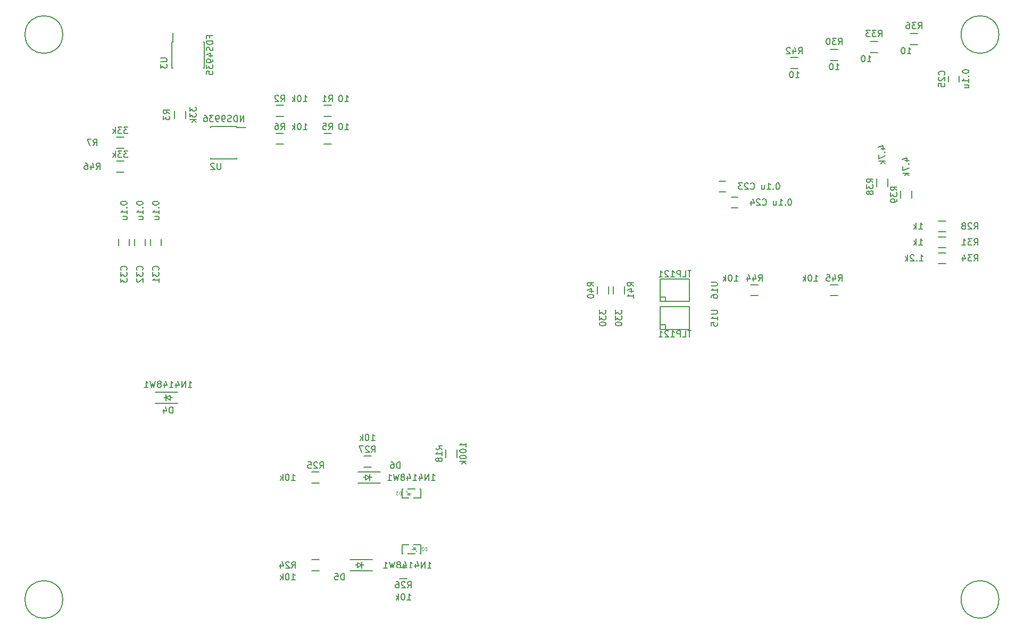
<source format=gbo>
G04 #@! TF.FileFunction,Legend,Bot*
%FSLAX46Y46*%
G04 Gerber Fmt 4.6, Leading zero omitted, Abs format (unit mm)*
G04 Created by KiCad (PCBNEW 4.0.0-rc1-stable) date 2015/11/17 23:35:27*
%MOMM*%
G01*
G04 APERTURE LIST*
%ADD10C,0.150000*%
%ADD11C,0.050000*%
%ADD12C,0.127000*%
%ADD13C,0.200660*%
%ADD14C,0.099060*%
%ADD15R,0.800000X1.750000*%
%ADD16R,1.700000X1.450000*%
%ADD17R,1.450000X1.700000*%
%ADD18C,1.701140*%
%ADD19C,1.724000*%
%ADD20R,3.700120X3.700120*%
%ADD21O,2.198980X2.999080*%
%ADD22O,2.999080X2.198980*%
%ADD23C,1.700000*%
%ADD24O,1.800000X2.500000*%
%ADD25R,2.198980X1.099160*%
%ADD26R,2.198980X1.200760*%
%ADD27R,0.799440X1.200760*%
%ADD28O,2.000860X3.700120*%
%ADD29O,3.700120X2.000860*%
%ADD30R,1.700000X1.500000*%
%ADD31R,1.500000X1.700000*%
%ADD32R,1.750000X0.800000*%
%ADD33R,1.110000X1.420000*%
%ADD34C,1.998320*%
%ADD35C,3.401060*%
%ADD36R,1.500000X1.500000*%
%ADD37C,1.500000*%
%ADD38R,2.700000X2.700000*%
%ADD39O,2.700000X1.920000*%
%ADD40O,2.200000X1.700000*%
%ADD41O,5.201260X3.199740*%
%ADD42C,2.200000*%
%ADD43C,1.800000*%
%ADD44C,3.400000*%
%ADD45C,2.198980*%
%ADD46R,2.994000X1.216000*%
%ADD47R,5.788000X3.750000*%
%ADD48C,1.089000*%
G04 APERTURE END LIST*
D10*
X53365000Y-31180000D02*
X53510000Y-31180000D01*
X53365000Y-35330000D02*
X53510000Y-35330000D01*
X58515000Y-35330000D02*
X58370000Y-35330000D01*
X58515000Y-31180000D02*
X58370000Y-31180000D01*
X53365000Y-31180000D02*
X53365000Y-35330000D01*
X58515000Y-31180000D02*
X58515000Y-35330000D01*
X53510000Y-31180000D02*
X53510000Y-29780000D01*
X142435000Y-55900000D02*
X143435000Y-55900000D01*
X143435000Y-57600000D02*
X142435000Y-57600000D01*
X140530000Y-53360000D02*
X141530000Y-53360000D01*
X141530000Y-55060000D02*
X140530000Y-55060000D01*
X177010000Y-37565000D02*
X177010000Y-36565000D01*
X178710000Y-36565000D02*
X178710000Y-37565000D01*
X131908860Y-76965860D02*
X131908860Y-76264820D01*
X131908860Y-76264820D02*
X131108760Y-76264820D01*
X135711240Y-76965860D02*
X131108760Y-76965860D01*
X131108760Y-76965860D02*
X131108760Y-73364140D01*
X131108760Y-73364140D02*
X135711240Y-73364140D01*
X135711240Y-73364140D02*
X135711240Y-76965860D01*
X131908860Y-72520860D02*
X131908860Y-71819820D01*
X131908860Y-71819820D02*
X131108760Y-71819820D01*
X135711240Y-72520860D02*
X131108760Y-72520860D01*
X131108760Y-72520860D02*
X131108760Y-68919140D01*
X131108760Y-68919140D02*
X135711240Y-68919140D01*
X135711240Y-68919140D02*
X135711240Y-72520860D01*
D11*
X91690500Y-111931500D02*
X91563500Y-111931500D01*
X92008000Y-111677500D02*
X92135000Y-111677500D01*
X91817500Y-111804500D02*
X92198500Y-111868000D01*
X92198500Y-111868000D02*
X91817500Y-112122000D01*
X91817500Y-112122000D02*
X91881000Y-111868000D01*
X91881000Y-111868000D02*
X91817500Y-111804500D01*
X91690500Y-111931500D02*
X92008000Y-111677500D01*
X92452500Y-112566500D02*
X91627000Y-111550500D01*
D12*
X90547500Y-112693500D02*
X90547500Y-113353900D01*
X92452500Y-112693500D02*
X92452500Y-113353900D01*
X91500000Y-111296500D02*
X91500000Y-110636100D01*
X92998600Y-111296500D02*
X90001400Y-111296500D01*
X90001400Y-111296500D02*
X90001400Y-112693500D01*
X90001400Y-112693500D02*
X92998600Y-112693500D01*
X92998600Y-112693500D02*
X92998600Y-111296500D01*
D11*
X91309500Y-103168500D02*
X91436500Y-103168500D01*
X90992000Y-103422500D02*
X90865000Y-103422500D01*
X91182500Y-103295500D02*
X90801500Y-103232000D01*
X90801500Y-103232000D02*
X91182500Y-102978000D01*
X91182500Y-102978000D02*
X91119000Y-103232000D01*
X91119000Y-103232000D02*
X91182500Y-103295500D01*
X91309500Y-103168500D02*
X90992000Y-103422500D01*
X90547500Y-102533500D02*
X91373000Y-103549500D01*
D12*
X92452500Y-102406500D02*
X92452500Y-101746100D01*
X90547500Y-102406500D02*
X90547500Y-101746100D01*
X91500000Y-103803500D02*
X91500000Y-104463900D01*
X90001400Y-103803500D02*
X92998600Y-103803500D01*
X92998600Y-103803500D02*
X92998600Y-102406500D01*
X92998600Y-102406500D02*
X90001400Y-102406500D01*
X90001400Y-102406500D02*
X90001400Y-103803500D01*
D10*
X78765000Y-41270000D02*
X77565000Y-41270000D01*
X77565000Y-43020000D02*
X78765000Y-43020000D01*
X69945000Y-43020000D02*
X71145000Y-43020000D01*
X71145000Y-41270000D02*
X69945000Y-41270000D01*
X55545000Y-43380000D02*
X55545000Y-42180000D01*
X53795000Y-42180000D02*
X53795000Y-43380000D01*
X78765000Y-45715000D02*
X77565000Y-45715000D01*
X77565000Y-47465000D02*
X78765000Y-47465000D01*
X69945000Y-47465000D02*
X71145000Y-47465000D01*
X71145000Y-45715000D02*
X69945000Y-45715000D01*
X45745000Y-46350000D02*
X44545000Y-46350000D01*
X44545000Y-48100000D02*
X45745000Y-48100000D01*
X98725000Y-97355000D02*
X98725000Y-96155000D01*
X96975000Y-96155000D02*
X96975000Y-97355000D01*
X75660000Y-115410000D02*
X76860000Y-115410000D01*
X76860000Y-113660000D02*
X75660000Y-113660000D01*
X75660000Y-101440000D02*
X76860000Y-101440000D01*
X76860000Y-99690000D02*
X75660000Y-99690000D01*
X89630000Y-116680000D02*
X90830000Y-116680000D01*
X90830000Y-114930000D02*
X89630000Y-114930000D01*
X83915000Y-98900000D02*
X85115000Y-98900000D01*
X85115000Y-97150000D02*
X83915000Y-97150000D01*
X176555000Y-59685000D02*
X175355000Y-59685000D01*
X175355000Y-61435000D02*
X176555000Y-61435000D01*
X158210000Y-34130000D02*
X159410000Y-34130000D01*
X159410000Y-32380000D02*
X158210000Y-32380000D01*
X176555000Y-62225000D02*
X175355000Y-62225000D01*
X175355000Y-63975000D02*
X176555000Y-63975000D01*
X164560000Y-32860000D02*
X165760000Y-32860000D01*
X165760000Y-31110000D02*
X164560000Y-31110000D01*
X176555000Y-64765000D02*
X175355000Y-64765000D01*
X175355000Y-66515000D02*
X176555000Y-66515000D01*
X170910000Y-31590000D02*
X172110000Y-31590000D01*
X172110000Y-29840000D02*
X170910000Y-29840000D01*
X167305000Y-54175000D02*
X167305000Y-52975000D01*
X165555000Y-52975000D02*
X165555000Y-54175000D01*
X171115000Y-56080000D02*
X171115000Y-54880000D01*
X169365000Y-54880000D02*
X169365000Y-56080000D01*
X121105000Y-70120000D02*
X121105000Y-71320000D01*
X122855000Y-71320000D02*
X122855000Y-70120000D01*
X123645000Y-70120000D02*
X123645000Y-71320000D01*
X125395000Y-71320000D02*
X125395000Y-70120000D01*
X153060000Y-33650000D02*
X151860000Y-33650000D01*
X151860000Y-35400000D02*
X153060000Y-35400000D01*
X145510000Y-71595000D02*
X146710000Y-71595000D01*
X146710000Y-69845000D02*
X145510000Y-69845000D01*
X158210000Y-71595000D02*
X159410000Y-71595000D01*
X159410000Y-69845000D02*
X158210000Y-69845000D01*
X63730000Y-44650000D02*
X63730000Y-44795000D01*
X59580000Y-44650000D02*
X59580000Y-44795000D01*
X59580000Y-49800000D02*
X59580000Y-49655000D01*
X63730000Y-49800000D02*
X63730000Y-49655000D01*
X63730000Y-44650000D02*
X59580000Y-44650000D01*
X63730000Y-49800000D02*
X59580000Y-49800000D01*
X63730000Y-44795000D02*
X65130000Y-44795000D01*
X53082500Y-87865000D02*
X53463500Y-87865000D01*
X52066500Y-87865000D02*
X52447500Y-87865000D01*
X52447500Y-87865000D02*
X53082500Y-88246000D01*
X53082500Y-88246000D02*
X53082500Y-87484000D01*
X53082500Y-87484000D02*
X52447500Y-87865000D01*
X52447500Y-88373000D02*
X52447500Y-87357000D01*
X50765000Y-86965000D02*
X54305000Y-86965000D01*
X50765000Y-88765000D02*
X54305000Y-88765000D01*
X82927500Y-114535000D02*
X82546500Y-114535000D01*
X83943500Y-114535000D02*
X83562500Y-114535000D01*
X83562500Y-114535000D02*
X82927500Y-114154000D01*
X82927500Y-114154000D02*
X82927500Y-114916000D01*
X82927500Y-114916000D02*
X83562500Y-114535000D01*
X83562500Y-114027000D02*
X83562500Y-115043000D01*
X85245000Y-115435000D02*
X81705000Y-115435000D01*
X85245000Y-113635000D02*
X81705000Y-113635000D01*
X84197500Y-100565000D02*
X83816500Y-100565000D01*
X85213500Y-100565000D02*
X84832500Y-100565000D01*
X84832500Y-100565000D02*
X84197500Y-100184000D01*
X84197500Y-100184000D02*
X84197500Y-100946000D01*
X84197500Y-100946000D02*
X84832500Y-100565000D01*
X84832500Y-100057000D02*
X84832500Y-101073000D01*
X86515000Y-101465000D02*
X82975000Y-101465000D01*
X86515000Y-99665000D02*
X82975000Y-99665000D01*
D13*
X35999740Y-120000000D02*
G75*
G03X35999740Y-120000000I-2999740J0D01*
G01*
X184999740Y-120000000D02*
G75*
G03X184999740Y-120000000I-2999740J0D01*
G01*
X184999740Y-30000000D02*
G75*
G03X184999740Y-30000000I-2999740J0D01*
G01*
X35999740Y-30000000D02*
G75*
G03X35999740Y-30000000I-2999740J0D01*
G01*
D10*
X50010000Y-63600000D02*
X50010000Y-62600000D01*
X51710000Y-62600000D02*
X51710000Y-63600000D01*
X47470000Y-63600000D02*
X47470000Y-62600000D01*
X49170000Y-62600000D02*
X49170000Y-63600000D01*
X44930000Y-63600000D02*
X44930000Y-62600000D01*
X46630000Y-62600000D02*
X46630000Y-63600000D01*
X45745000Y-50160000D02*
X44545000Y-50160000D01*
X44545000Y-51910000D02*
X45745000Y-51910000D01*
X51582381Y-33763095D02*
X52391905Y-33763095D01*
X52487143Y-33810714D01*
X52534762Y-33858333D01*
X52582381Y-33953571D01*
X52582381Y-34144048D01*
X52534762Y-34239286D01*
X52487143Y-34286905D01*
X52391905Y-34334524D01*
X51582381Y-34334524D01*
X51582381Y-34715476D02*
X51582381Y-35334524D01*
X51963333Y-35001190D01*
X51963333Y-35144048D01*
X52010952Y-35239286D01*
X52058571Y-35286905D01*
X52153810Y-35334524D01*
X52391905Y-35334524D01*
X52487143Y-35286905D01*
X52534762Y-35239286D01*
X52582381Y-35144048D01*
X52582381Y-34858333D01*
X52534762Y-34763095D01*
X52487143Y-34715476D01*
X59368571Y-30516905D02*
X59368571Y-30183571D01*
X59892381Y-30183571D02*
X58892381Y-30183571D01*
X58892381Y-30659762D01*
X59892381Y-31040714D02*
X58892381Y-31040714D01*
X58892381Y-31278809D01*
X58940000Y-31421667D01*
X59035238Y-31516905D01*
X59130476Y-31564524D01*
X59320952Y-31612143D01*
X59463810Y-31612143D01*
X59654286Y-31564524D01*
X59749524Y-31516905D01*
X59844762Y-31421667D01*
X59892381Y-31278809D01*
X59892381Y-31040714D01*
X59844762Y-31993095D02*
X59892381Y-32135952D01*
X59892381Y-32374048D01*
X59844762Y-32469286D01*
X59797143Y-32516905D01*
X59701905Y-32564524D01*
X59606667Y-32564524D01*
X59511429Y-32516905D01*
X59463810Y-32469286D01*
X59416190Y-32374048D01*
X59368571Y-32183571D01*
X59320952Y-32088333D01*
X59273333Y-32040714D01*
X59178095Y-31993095D01*
X59082857Y-31993095D01*
X58987619Y-32040714D01*
X58940000Y-32088333D01*
X58892381Y-32183571D01*
X58892381Y-32421667D01*
X58940000Y-32564524D01*
X59225714Y-33421667D02*
X59892381Y-33421667D01*
X58844762Y-33183571D02*
X59559048Y-32945476D01*
X59559048Y-33564524D01*
X59892381Y-33993095D02*
X59892381Y-34183571D01*
X59844762Y-34278810D01*
X59797143Y-34326429D01*
X59654286Y-34421667D01*
X59463810Y-34469286D01*
X59082857Y-34469286D01*
X58987619Y-34421667D01*
X58940000Y-34374048D01*
X58892381Y-34278810D01*
X58892381Y-34088333D01*
X58940000Y-33993095D01*
X58987619Y-33945476D01*
X59082857Y-33897857D01*
X59320952Y-33897857D01*
X59416190Y-33945476D01*
X59463810Y-33993095D01*
X59511429Y-34088333D01*
X59511429Y-34278810D01*
X59463810Y-34374048D01*
X59416190Y-34421667D01*
X59320952Y-34469286D01*
X58892381Y-34802619D02*
X58892381Y-35421667D01*
X59273333Y-35088333D01*
X59273333Y-35231191D01*
X59320952Y-35326429D01*
X59368571Y-35374048D01*
X59463810Y-35421667D01*
X59701905Y-35421667D01*
X59797143Y-35374048D01*
X59844762Y-35326429D01*
X59892381Y-35231191D01*
X59892381Y-34945476D01*
X59844762Y-34850238D01*
X59797143Y-34802619D01*
X58892381Y-36326429D02*
X58892381Y-35850238D01*
X59368571Y-35802619D01*
X59320952Y-35850238D01*
X59273333Y-35945476D01*
X59273333Y-36183572D01*
X59320952Y-36278810D01*
X59368571Y-36326429D01*
X59463810Y-36374048D01*
X59701905Y-36374048D01*
X59797143Y-36326429D01*
X59844762Y-36278810D01*
X59892381Y-36183572D01*
X59892381Y-35945476D01*
X59844762Y-35850238D01*
X59797143Y-35802619D01*
X147387857Y-57107143D02*
X147435476Y-57154762D01*
X147578333Y-57202381D01*
X147673571Y-57202381D01*
X147816429Y-57154762D01*
X147911667Y-57059524D01*
X147959286Y-56964286D01*
X148006905Y-56773810D01*
X148006905Y-56630952D01*
X147959286Y-56440476D01*
X147911667Y-56345238D01*
X147816429Y-56250000D01*
X147673571Y-56202381D01*
X147578333Y-56202381D01*
X147435476Y-56250000D01*
X147387857Y-56297619D01*
X147006905Y-56297619D02*
X146959286Y-56250000D01*
X146864048Y-56202381D01*
X146625952Y-56202381D01*
X146530714Y-56250000D01*
X146483095Y-56297619D01*
X146435476Y-56392857D01*
X146435476Y-56488095D01*
X146483095Y-56630952D01*
X147054524Y-57202381D01*
X146435476Y-57202381D01*
X145578333Y-56535714D02*
X145578333Y-57202381D01*
X145816429Y-56154762D02*
X146054524Y-56869048D01*
X145435476Y-56869048D01*
X151769286Y-56202381D02*
X151674047Y-56202381D01*
X151578809Y-56250000D01*
X151531190Y-56297619D01*
X151483571Y-56392857D01*
X151435952Y-56583333D01*
X151435952Y-56821429D01*
X151483571Y-57011905D01*
X151531190Y-57107143D01*
X151578809Y-57154762D01*
X151674047Y-57202381D01*
X151769286Y-57202381D01*
X151864524Y-57154762D01*
X151912143Y-57107143D01*
X151959762Y-57011905D01*
X152007381Y-56821429D01*
X152007381Y-56583333D01*
X151959762Y-56392857D01*
X151912143Y-56297619D01*
X151864524Y-56250000D01*
X151769286Y-56202381D01*
X151007381Y-57107143D02*
X150959762Y-57154762D01*
X151007381Y-57202381D01*
X151055000Y-57154762D01*
X151007381Y-57107143D01*
X151007381Y-57202381D01*
X150007381Y-57202381D02*
X150578810Y-57202381D01*
X150293096Y-57202381D02*
X150293096Y-56202381D01*
X150388334Y-56345238D01*
X150483572Y-56440476D01*
X150578810Y-56488095D01*
X149150238Y-56535714D02*
X149150238Y-57202381D01*
X149578810Y-56535714D02*
X149578810Y-57059524D01*
X149531191Y-57154762D01*
X149435953Y-57202381D01*
X149293095Y-57202381D01*
X149197857Y-57154762D01*
X149150238Y-57107143D01*
X145482857Y-54567143D02*
X145530476Y-54614762D01*
X145673333Y-54662381D01*
X145768571Y-54662381D01*
X145911429Y-54614762D01*
X146006667Y-54519524D01*
X146054286Y-54424286D01*
X146101905Y-54233810D01*
X146101905Y-54090952D01*
X146054286Y-53900476D01*
X146006667Y-53805238D01*
X145911429Y-53710000D01*
X145768571Y-53662381D01*
X145673333Y-53662381D01*
X145530476Y-53710000D01*
X145482857Y-53757619D01*
X145101905Y-53757619D02*
X145054286Y-53710000D01*
X144959048Y-53662381D01*
X144720952Y-53662381D01*
X144625714Y-53710000D01*
X144578095Y-53757619D01*
X144530476Y-53852857D01*
X144530476Y-53948095D01*
X144578095Y-54090952D01*
X145149524Y-54662381D01*
X144530476Y-54662381D01*
X144197143Y-53662381D02*
X143578095Y-53662381D01*
X143911429Y-54043333D01*
X143768571Y-54043333D01*
X143673333Y-54090952D01*
X143625714Y-54138571D01*
X143578095Y-54233810D01*
X143578095Y-54471905D01*
X143625714Y-54567143D01*
X143673333Y-54614762D01*
X143768571Y-54662381D01*
X144054286Y-54662381D01*
X144149524Y-54614762D01*
X144197143Y-54567143D01*
X149864286Y-53662381D02*
X149769047Y-53662381D01*
X149673809Y-53710000D01*
X149626190Y-53757619D01*
X149578571Y-53852857D01*
X149530952Y-54043333D01*
X149530952Y-54281429D01*
X149578571Y-54471905D01*
X149626190Y-54567143D01*
X149673809Y-54614762D01*
X149769047Y-54662381D01*
X149864286Y-54662381D01*
X149959524Y-54614762D01*
X150007143Y-54567143D01*
X150054762Y-54471905D01*
X150102381Y-54281429D01*
X150102381Y-54043333D01*
X150054762Y-53852857D01*
X150007143Y-53757619D01*
X149959524Y-53710000D01*
X149864286Y-53662381D01*
X149102381Y-54567143D02*
X149054762Y-54614762D01*
X149102381Y-54662381D01*
X149150000Y-54614762D01*
X149102381Y-54567143D01*
X149102381Y-54662381D01*
X148102381Y-54662381D02*
X148673810Y-54662381D01*
X148388096Y-54662381D02*
X148388096Y-53662381D01*
X148483334Y-53805238D01*
X148578572Y-53900476D01*
X148673810Y-53948095D01*
X147245238Y-53995714D02*
X147245238Y-54662381D01*
X147673810Y-53995714D02*
X147673810Y-54519524D01*
X147626191Y-54614762D01*
X147530953Y-54662381D01*
X147388095Y-54662381D01*
X147292857Y-54614762D01*
X147245238Y-54567143D01*
X176312143Y-36422143D02*
X176359762Y-36374524D01*
X176407381Y-36231667D01*
X176407381Y-36136429D01*
X176359762Y-35993571D01*
X176264524Y-35898333D01*
X176169286Y-35850714D01*
X175978810Y-35803095D01*
X175835952Y-35803095D01*
X175645476Y-35850714D01*
X175550238Y-35898333D01*
X175455000Y-35993571D01*
X175407381Y-36136429D01*
X175407381Y-36231667D01*
X175455000Y-36374524D01*
X175502619Y-36422143D01*
X175502619Y-36803095D02*
X175455000Y-36850714D01*
X175407381Y-36945952D01*
X175407381Y-37184048D01*
X175455000Y-37279286D01*
X175502619Y-37326905D01*
X175597857Y-37374524D01*
X175693095Y-37374524D01*
X175835952Y-37326905D01*
X176407381Y-36755476D01*
X176407381Y-37374524D01*
X175407381Y-38279286D02*
X175407381Y-37803095D01*
X175883571Y-37755476D01*
X175835952Y-37803095D01*
X175788333Y-37898333D01*
X175788333Y-38136429D01*
X175835952Y-38231667D01*
X175883571Y-38279286D01*
X175978810Y-38326905D01*
X176216905Y-38326905D01*
X176312143Y-38279286D01*
X176359762Y-38231667D01*
X176407381Y-38136429D01*
X176407381Y-37898333D01*
X176359762Y-37803095D01*
X176312143Y-37755476D01*
X179217381Y-35850714D02*
X179217381Y-35945953D01*
X179265000Y-36041191D01*
X179312619Y-36088810D01*
X179407857Y-36136429D01*
X179598333Y-36184048D01*
X179836429Y-36184048D01*
X180026905Y-36136429D01*
X180122143Y-36088810D01*
X180169762Y-36041191D01*
X180217381Y-35945953D01*
X180217381Y-35850714D01*
X180169762Y-35755476D01*
X180122143Y-35707857D01*
X180026905Y-35660238D01*
X179836429Y-35612619D01*
X179598333Y-35612619D01*
X179407857Y-35660238D01*
X179312619Y-35707857D01*
X179265000Y-35755476D01*
X179217381Y-35850714D01*
X180122143Y-36612619D02*
X180169762Y-36660238D01*
X180217381Y-36612619D01*
X180169762Y-36565000D01*
X180122143Y-36612619D01*
X180217381Y-36612619D01*
X180217381Y-37612619D02*
X180217381Y-37041190D01*
X180217381Y-37326904D02*
X179217381Y-37326904D01*
X179360238Y-37231666D01*
X179455476Y-37136428D01*
X179503095Y-37041190D01*
X179550714Y-38469762D02*
X180217381Y-38469762D01*
X179550714Y-38041190D02*
X180074524Y-38041190D01*
X180169762Y-38088809D01*
X180217381Y-38184047D01*
X180217381Y-38326905D01*
X180169762Y-38422143D01*
X180122143Y-38469762D01*
X139212381Y-73926905D02*
X140021905Y-73926905D01*
X140117143Y-73974524D01*
X140164762Y-74022143D01*
X140212381Y-74117381D01*
X140212381Y-74307858D01*
X140164762Y-74403096D01*
X140117143Y-74450715D01*
X140021905Y-74498334D01*
X139212381Y-74498334D01*
X140212381Y-75498334D02*
X140212381Y-74926905D01*
X140212381Y-75212619D02*
X139212381Y-75212619D01*
X139355238Y-75117381D01*
X139450476Y-75022143D01*
X139498095Y-74926905D01*
X139212381Y-76403096D02*
X139212381Y-75926905D01*
X139688571Y-75879286D01*
X139640952Y-75926905D01*
X139593333Y-76022143D01*
X139593333Y-76260239D01*
X139640952Y-76355477D01*
X139688571Y-76403096D01*
X139783810Y-76450715D01*
X140021905Y-76450715D01*
X140117143Y-76403096D01*
X140164762Y-76355477D01*
X140212381Y-76260239D01*
X140212381Y-76022143D01*
X140164762Y-75926905D01*
X140117143Y-75879286D01*
X136029048Y-77157381D02*
X135457619Y-77157381D01*
X135743334Y-78157381D02*
X135743334Y-77157381D01*
X134648095Y-78157381D02*
X135124286Y-78157381D01*
X135124286Y-77157381D01*
X134314762Y-78157381D02*
X134314762Y-77157381D01*
X133933809Y-77157381D01*
X133838571Y-77205000D01*
X133790952Y-77252619D01*
X133743333Y-77347857D01*
X133743333Y-77490714D01*
X133790952Y-77585952D01*
X133838571Y-77633571D01*
X133933809Y-77681190D01*
X134314762Y-77681190D01*
X132790952Y-78157381D02*
X133362381Y-78157381D01*
X133076667Y-78157381D02*
X133076667Y-77157381D01*
X133171905Y-77300238D01*
X133267143Y-77395476D01*
X133362381Y-77443095D01*
X132410000Y-77252619D02*
X132362381Y-77205000D01*
X132267143Y-77157381D01*
X132029047Y-77157381D01*
X131933809Y-77205000D01*
X131886190Y-77252619D01*
X131838571Y-77347857D01*
X131838571Y-77443095D01*
X131886190Y-77585952D01*
X132457619Y-78157381D01*
X131838571Y-78157381D01*
X130886190Y-78157381D02*
X131457619Y-78157381D01*
X131171905Y-78157381D02*
X131171905Y-77157381D01*
X131267143Y-77300238D01*
X131362381Y-77395476D01*
X131457619Y-77443095D01*
X139212381Y-69481905D02*
X140021905Y-69481905D01*
X140117143Y-69529524D01*
X140164762Y-69577143D01*
X140212381Y-69672381D01*
X140212381Y-69862858D01*
X140164762Y-69958096D01*
X140117143Y-70005715D01*
X140021905Y-70053334D01*
X139212381Y-70053334D01*
X140212381Y-71053334D02*
X140212381Y-70481905D01*
X140212381Y-70767619D02*
X139212381Y-70767619D01*
X139355238Y-70672381D01*
X139450476Y-70577143D01*
X139498095Y-70481905D01*
X139212381Y-71910477D02*
X139212381Y-71720000D01*
X139260000Y-71624762D01*
X139307619Y-71577143D01*
X139450476Y-71481905D01*
X139640952Y-71434286D01*
X140021905Y-71434286D01*
X140117143Y-71481905D01*
X140164762Y-71529524D01*
X140212381Y-71624762D01*
X140212381Y-71815239D01*
X140164762Y-71910477D01*
X140117143Y-71958096D01*
X140021905Y-72005715D01*
X139783810Y-72005715D01*
X139688571Y-71958096D01*
X139640952Y-71910477D01*
X139593333Y-71815239D01*
X139593333Y-71624762D01*
X139640952Y-71529524D01*
X139688571Y-71481905D01*
X139783810Y-71434286D01*
X136029048Y-67632381D02*
X135457619Y-67632381D01*
X135743334Y-68632381D02*
X135743334Y-67632381D01*
X134648095Y-68632381D02*
X135124286Y-68632381D01*
X135124286Y-67632381D01*
X134314762Y-68632381D02*
X134314762Y-67632381D01*
X133933809Y-67632381D01*
X133838571Y-67680000D01*
X133790952Y-67727619D01*
X133743333Y-67822857D01*
X133743333Y-67965714D01*
X133790952Y-68060952D01*
X133838571Y-68108571D01*
X133933809Y-68156190D01*
X134314762Y-68156190D01*
X132790952Y-68632381D02*
X133362381Y-68632381D01*
X133076667Y-68632381D02*
X133076667Y-67632381D01*
X133171905Y-67775238D01*
X133267143Y-67870476D01*
X133362381Y-67918095D01*
X132410000Y-67727619D02*
X132362381Y-67680000D01*
X132267143Y-67632381D01*
X132029047Y-67632381D01*
X131933809Y-67680000D01*
X131886190Y-67727619D01*
X131838571Y-67822857D01*
X131838571Y-67918095D01*
X131886190Y-68060952D01*
X132457619Y-68632381D01*
X131838571Y-68632381D01*
X130886190Y-68632381D02*
X131457619Y-68632381D01*
X131171905Y-68632381D02*
X131171905Y-67632381D01*
X131267143Y-67775238D01*
X131362381Y-67870476D01*
X131457619Y-67918095D01*
D14*
X93901328Y-112221362D02*
X93901328Y-111720982D01*
X93782190Y-111720982D01*
X93710707Y-111744810D01*
X93663052Y-111792465D01*
X93639224Y-111840120D01*
X93615396Y-111935431D01*
X93615396Y-112006914D01*
X93639224Y-112102224D01*
X93663052Y-112149880D01*
X93710707Y-112197535D01*
X93782190Y-112221362D01*
X93901328Y-112221362D01*
X93424776Y-111768638D02*
X93400948Y-111744810D01*
X93353293Y-111720982D01*
X93234155Y-111720982D01*
X93186499Y-111744810D01*
X93162672Y-111768638D01*
X93138844Y-111816293D01*
X93138844Y-111863948D01*
X93162672Y-111935431D01*
X93448603Y-112221362D01*
X93138844Y-112221362D01*
X89837328Y-103331362D02*
X89837328Y-102830982D01*
X89718190Y-102830982D01*
X89646707Y-102854810D01*
X89599052Y-102902465D01*
X89575224Y-102950120D01*
X89551396Y-103045431D01*
X89551396Y-103116914D01*
X89575224Y-103212224D01*
X89599052Y-103259880D01*
X89646707Y-103307535D01*
X89718190Y-103331362D01*
X89837328Y-103331362D01*
X89384603Y-102830982D02*
X89074844Y-102830982D01*
X89241637Y-103021603D01*
X89170155Y-103021603D01*
X89122499Y-103045431D01*
X89098672Y-103069259D01*
X89074844Y-103116914D01*
X89074844Y-103236052D01*
X89098672Y-103283707D01*
X89122499Y-103307535D01*
X89170155Y-103331362D01*
X89313120Y-103331362D01*
X89360776Y-103307535D01*
X89384603Y-103283707D01*
D10*
X78331666Y-40692381D02*
X78665000Y-40216190D01*
X78903095Y-40692381D02*
X78903095Y-39692381D01*
X78522142Y-39692381D01*
X78426904Y-39740000D01*
X78379285Y-39787619D01*
X78331666Y-39882857D01*
X78331666Y-40025714D01*
X78379285Y-40120952D01*
X78426904Y-40168571D01*
X78522142Y-40216190D01*
X78903095Y-40216190D01*
X77379285Y-40692381D02*
X77950714Y-40692381D01*
X77665000Y-40692381D02*
X77665000Y-39692381D01*
X77760238Y-39835238D01*
X77855476Y-39930476D01*
X77950714Y-39978095D01*
X80895476Y-40692381D02*
X81466905Y-40692381D01*
X81181191Y-40692381D02*
X81181191Y-39692381D01*
X81276429Y-39835238D01*
X81371667Y-39930476D01*
X81466905Y-39978095D01*
X80276429Y-39692381D02*
X80181190Y-39692381D01*
X80085952Y-39740000D01*
X80038333Y-39787619D01*
X79990714Y-39882857D01*
X79943095Y-40073333D01*
X79943095Y-40311429D01*
X79990714Y-40501905D01*
X80038333Y-40597143D01*
X80085952Y-40644762D01*
X80181190Y-40692381D01*
X80276429Y-40692381D01*
X80371667Y-40644762D01*
X80419286Y-40597143D01*
X80466905Y-40501905D01*
X80514524Y-40311429D01*
X80514524Y-40073333D01*
X80466905Y-39882857D01*
X80419286Y-39787619D01*
X80371667Y-39740000D01*
X80276429Y-39692381D01*
X70711666Y-40692381D02*
X71045000Y-40216190D01*
X71283095Y-40692381D02*
X71283095Y-39692381D01*
X70902142Y-39692381D01*
X70806904Y-39740000D01*
X70759285Y-39787619D01*
X70711666Y-39882857D01*
X70711666Y-40025714D01*
X70759285Y-40120952D01*
X70806904Y-40168571D01*
X70902142Y-40216190D01*
X71283095Y-40216190D01*
X70330714Y-39787619D02*
X70283095Y-39740000D01*
X70187857Y-39692381D01*
X69949761Y-39692381D01*
X69854523Y-39740000D01*
X69806904Y-39787619D01*
X69759285Y-39882857D01*
X69759285Y-39978095D01*
X69806904Y-40120952D01*
X70378333Y-40692381D01*
X69759285Y-40692381D01*
X74315238Y-40692381D02*
X74886667Y-40692381D01*
X74600953Y-40692381D02*
X74600953Y-39692381D01*
X74696191Y-39835238D01*
X74791429Y-39930476D01*
X74886667Y-39978095D01*
X73696191Y-39692381D02*
X73600952Y-39692381D01*
X73505714Y-39740000D01*
X73458095Y-39787619D01*
X73410476Y-39882857D01*
X73362857Y-40073333D01*
X73362857Y-40311429D01*
X73410476Y-40501905D01*
X73458095Y-40597143D01*
X73505714Y-40644762D01*
X73600952Y-40692381D01*
X73696191Y-40692381D01*
X73791429Y-40644762D01*
X73839048Y-40597143D01*
X73886667Y-40501905D01*
X73934286Y-40311429D01*
X73934286Y-40073333D01*
X73886667Y-39882857D01*
X73839048Y-39787619D01*
X73791429Y-39740000D01*
X73696191Y-39692381D01*
X72934286Y-40692381D02*
X72934286Y-39692381D01*
X72839048Y-40311429D02*
X72553333Y-40692381D01*
X72553333Y-40025714D02*
X72934286Y-40406667D01*
X53022381Y-42613334D02*
X52546190Y-42280000D01*
X53022381Y-42041905D02*
X52022381Y-42041905D01*
X52022381Y-42422858D01*
X52070000Y-42518096D01*
X52117619Y-42565715D01*
X52212857Y-42613334D01*
X52355714Y-42613334D01*
X52450952Y-42565715D01*
X52498571Y-42518096D01*
X52546190Y-42422858D01*
X52546190Y-42041905D01*
X52022381Y-42946667D02*
X52022381Y-43565715D01*
X52403333Y-43232381D01*
X52403333Y-43375239D01*
X52450952Y-43470477D01*
X52498571Y-43518096D01*
X52593810Y-43565715D01*
X52831905Y-43565715D01*
X52927143Y-43518096D01*
X52974762Y-43470477D01*
X53022381Y-43375239D01*
X53022381Y-43089524D01*
X52974762Y-42994286D01*
X52927143Y-42946667D01*
X56222381Y-41565714D02*
X56222381Y-42184762D01*
X56603333Y-41851428D01*
X56603333Y-41994286D01*
X56650952Y-42089524D01*
X56698571Y-42137143D01*
X56793810Y-42184762D01*
X57031905Y-42184762D01*
X57127143Y-42137143D01*
X57174762Y-42089524D01*
X57222381Y-41994286D01*
X57222381Y-41708571D01*
X57174762Y-41613333D01*
X57127143Y-41565714D01*
X56222381Y-42518095D02*
X56222381Y-43137143D01*
X56603333Y-42803809D01*
X56603333Y-42946667D01*
X56650952Y-43041905D01*
X56698571Y-43089524D01*
X56793810Y-43137143D01*
X57031905Y-43137143D01*
X57127143Y-43089524D01*
X57174762Y-43041905D01*
X57222381Y-42946667D01*
X57222381Y-42660952D01*
X57174762Y-42565714D01*
X57127143Y-42518095D01*
X57222381Y-43565714D02*
X56222381Y-43565714D01*
X56841429Y-43660952D02*
X57222381Y-43946667D01*
X56555714Y-43946667D02*
X56936667Y-43565714D01*
X78331666Y-45137381D02*
X78665000Y-44661190D01*
X78903095Y-45137381D02*
X78903095Y-44137381D01*
X78522142Y-44137381D01*
X78426904Y-44185000D01*
X78379285Y-44232619D01*
X78331666Y-44327857D01*
X78331666Y-44470714D01*
X78379285Y-44565952D01*
X78426904Y-44613571D01*
X78522142Y-44661190D01*
X78903095Y-44661190D01*
X77426904Y-44137381D02*
X77903095Y-44137381D01*
X77950714Y-44613571D01*
X77903095Y-44565952D01*
X77807857Y-44518333D01*
X77569761Y-44518333D01*
X77474523Y-44565952D01*
X77426904Y-44613571D01*
X77379285Y-44708810D01*
X77379285Y-44946905D01*
X77426904Y-45042143D01*
X77474523Y-45089762D01*
X77569761Y-45137381D01*
X77807857Y-45137381D01*
X77903095Y-45089762D01*
X77950714Y-45042143D01*
X80895476Y-45137381D02*
X81466905Y-45137381D01*
X81181191Y-45137381D02*
X81181191Y-44137381D01*
X81276429Y-44280238D01*
X81371667Y-44375476D01*
X81466905Y-44423095D01*
X80276429Y-44137381D02*
X80181190Y-44137381D01*
X80085952Y-44185000D01*
X80038333Y-44232619D01*
X79990714Y-44327857D01*
X79943095Y-44518333D01*
X79943095Y-44756429D01*
X79990714Y-44946905D01*
X80038333Y-45042143D01*
X80085952Y-45089762D01*
X80181190Y-45137381D01*
X80276429Y-45137381D01*
X80371667Y-45089762D01*
X80419286Y-45042143D01*
X80466905Y-44946905D01*
X80514524Y-44756429D01*
X80514524Y-44518333D01*
X80466905Y-44327857D01*
X80419286Y-44232619D01*
X80371667Y-44185000D01*
X80276429Y-44137381D01*
X70711666Y-45137381D02*
X71045000Y-44661190D01*
X71283095Y-45137381D02*
X71283095Y-44137381D01*
X70902142Y-44137381D01*
X70806904Y-44185000D01*
X70759285Y-44232619D01*
X70711666Y-44327857D01*
X70711666Y-44470714D01*
X70759285Y-44565952D01*
X70806904Y-44613571D01*
X70902142Y-44661190D01*
X71283095Y-44661190D01*
X69854523Y-44137381D02*
X70045000Y-44137381D01*
X70140238Y-44185000D01*
X70187857Y-44232619D01*
X70283095Y-44375476D01*
X70330714Y-44565952D01*
X70330714Y-44946905D01*
X70283095Y-45042143D01*
X70235476Y-45089762D01*
X70140238Y-45137381D01*
X69949761Y-45137381D01*
X69854523Y-45089762D01*
X69806904Y-45042143D01*
X69759285Y-44946905D01*
X69759285Y-44708810D01*
X69806904Y-44613571D01*
X69854523Y-44565952D01*
X69949761Y-44518333D01*
X70140238Y-44518333D01*
X70235476Y-44565952D01*
X70283095Y-44613571D01*
X70330714Y-44708810D01*
X74315238Y-45137381D02*
X74886667Y-45137381D01*
X74600953Y-45137381D02*
X74600953Y-44137381D01*
X74696191Y-44280238D01*
X74791429Y-44375476D01*
X74886667Y-44423095D01*
X73696191Y-44137381D02*
X73600952Y-44137381D01*
X73505714Y-44185000D01*
X73458095Y-44232619D01*
X73410476Y-44327857D01*
X73362857Y-44518333D01*
X73362857Y-44756429D01*
X73410476Y-44946905D01*
X73458095Y-45042143D01*
X73505714Y-45089762D01*
X73600952Y-45137381D01*
X73696191Y-45137381D01*
X73791429Y-45089762D01*
X73839048Y-45042143D01*
X73886667Y-44946905D01*
X73934286Y-44756429D01*
X73934286Y-44518333D01*
X73886667Y-44327857D01*
X73839048Y-44232619D01*
X73791429Y-44185000D01*
X73696191Y-44137381D01*
X72934286Y-45137381D02*
X72934286Y-44137381D01*
X72839048Y-44756429D02*
X72553333Y-45137381D01*
X72553333Y-44470714D02*
X72934286Y-44851667D01*
X40866666Y-47677381D02*
X41200000Y-47201190D01*
X41438095Y-47677381D02*
X41438095Y-46677381D01*
X41057142Y-46677381D01*
X40961904Y-46725000D01*
X40914285Y-46772619D01*
X40866666Y-46867857D01*
X40866666Y-47010714D01*
X40914285Y-47105952D01*
X40961904Y-47153571D01*
X41057142Y-47201190D01*
X41438095Y-47201190D01*
X40533333Y-46677381D02*
X39866666Y-46677381D01*
X40295238Y-47677381D01*
X46359286Y-44772381D02*
X45740238Y-44772381D01*
X46073572Y-45153333D01*
X45930714Y-45153333D01*
X45835476Y-45200952D01*
X45787857Y-45248571D01*
X45740238Y-45343810D01*
X45740238Y-45581905D01*
X45787857Y-45677143D01*
X45835476Y-45724762D01*
X45930714Y-45772381D01*
X46216429Y-45772381D01*
X46311667Y-45724762D01*
X46359286Y-45677143D01*
X45406905Y-44772381D02*
X44787857Y-44772381D01*
X45121191Y-45153333D01*
X44978333Y-45153333D01*
X44883095Y-45200952D01*
X44835476Y-45248571D01*
X44787857Y-45343810D01*
X44787857Y-45581905D01*
X44835476Y-45677143D01*
X44883095Y-45724762D01*
X44978333Y-45772381D01*
X45264048Y-45772381D01*
X45359286Y-45724762D01*
X45406905Y-45677143D01*
X44359286Y-45772381D02*
X44359286Y-44772381D01*
X44264048Y-45391429D02*
X43978333Y-45772381D01*
X43978333Y-45105714D02*
X44359286Y-45486667D01*
X96397381Y-96112143D02*
X95921190Y-95778809D01*
X96397381Y-95540714D02*
X95397381Y-95540714D01*
X95397381Y-95921667D01*
X95445000Y-96016905D01*
X95492619Y-96064524D01*
X95587857Y-96112143D01*
X95730714Y-96112143D01*
X95825952Y-96064524D01*
X95873571Y-96016905D01*
X95921190Y-95921667D01*
X95921190Y-95540714D01*
X96397381Y-97064524D02*
X96397381Y-96493095D01*
X96397381Y-96778809D02*
X95397381Y-96778809D01*
X95540238Y-96683571D01*
X95635476Y-96588333D01*
X95683095Y-96493095D01*
X95825952Y-97635952D02*
X95778333Y-97540714D01*
X95730714Y-97493095D01*
X95635476Y-97445476D01*
X95587857Y-97445476D01*
X95492619Y-97493095D01*
X95445000Y-97540714D01*
X95397381Y-97635952D01*
X95397381Y-97826429D01*
X95445000Y-97921667D01*
X95492619Y-97969286D01*
X95587857Y-98016905D01*
X95635476Y-98016905D01*
X95730714Y-97969286D01*
X95778333Y-97921667D01*
X95825952Y-97826429D01*
X95825952Y-97635952D01*
X95873571Y-97540714D01*
X95921190Y-97493095D01*
X96016429Y-97445476D01*
X96206905Y-97445476D01*
X96302143Y-97493095D01*
X96349762Y-97540714D01*
X96397381Y-97635952D01*
X96397381Y-97826429D01*
X96349762Y-97921667D01*
X96302143Y-97969286D01*
X96206905Y-98016905D01*
X96016429Y-98016905D01*
X95921190Y-97969286D01*
X95873571Y-97921667D01*
X95825952Y-97826429D01*
X100207381Y-95683572D02*
X100207381Y-95112143D01*
X100207381Y-95397857D02*
X99207381Y-95397857D01*
X99350238Y-95302619D01*
X99445476Y-95207381D01*
X99493095Y-95112143D01*
X99207381Y-96302619D02*
X99207381Y-96397858D01*
X99255000Y-96493096D01*
X99302619Y-96540715D01*
X99397857Y-96588334D01*
X99588333Y-96635953D01*
X99826429Y-96635953D01*
X100016905Y-96588334D01*
X100112143Y-96540715D01*
X100159762Y-96493096D01*
X100207381Y-96397858D01*
X100207381Y-96302619D01*
X100159762Y-96207381D01*
X100112143Y-96159762D01*
X100016905Y-96112143D01*
X99826429Y-96064524D01*
X99588333Y-96064524D01*
X99397857Y-96112143D01*
X99302619Y-96159762D01*
X99255000Y-96207381D01*
X99207381Y-96302619D01*
X99207381Y-97255000D02*
X99207381Y-97350239D01*
X99255000Y-97445477D01*
X99302619Y-97493096D01*
X99397857Y-97540715D01*
X99588333Y-97588334D01*
X99826429Y-97588334D01*
X100016905Y-97540715D01*
X100112143Y-97493096D01*
X100159762Y-97445477D01*
X100207381Y-97350239D01*
X100207381Y-97255000D01*
X100159762Y-97159762D01*
X100112143Y-97112143D01*
X100016905Y-97064524D01*
X99826429Y-97016905D01*
X99588333Y-97016905D01*
X99397857Y-97064524D01*
X99302619Y-97112143D01*
X99255000Y-97159762D01*
X99207381Y-97255000D01*
X100207381Y-98016905D02*
X99207381Y-98016905D01*
X99826429Y-98112143D02*
X100207381Y-98397858D01*
X99540714Y-98397858D02*
X99921667Y-98016905D01*
X72457857Y-114987381D02*
X72791191Y-114511190D01*
X73029286Y-114987381D02*
X73029286Y-113987381D01*
X72648333Y-113987381D01*
X72553095Y-114035000D01*
X72505476Y-114082619D01*
X72457857Y-114177857D01*
X72457857Y-114320714D01*
X72505476Y-114415952D01*
X72553095Y-114463571D01*
X72648333Y-114511190D01*
X73029286Y-114511190D01*
X72076905Y-114082619D02*
X72029286Y-114035000D01*
X71934048Y-113987381D01*
X71695952Y-113987381D01*
X71600714Y-114035000D01*
X71553095Y-114082619D01*
X71505476Y-114177857D01*
X71505476Y-114273095D01*
X71553095Y-114415952D01*
X72124524Y-114987381D01*
X71505476Y-114987381D01*
X70648333Y-114320714D02*
X70648333Y-114987381D01*
X70886429Y-113939762D02*
X71124524Y-114654048D01*
X70505476Y-114654048D01*
X72410238Y-116892381D02*
X72981667Y-116892381D01*
X72695953Y-116892381D02*
X72695953Y-115892381D01*
X72791191Y-116035238D01*
X72886429Y-116130476D01*
X72981667Y-116178095D01*
X71791191Y-115892381D02*
X71695952Y-115892381D01*
X71600714Y-115940000D01*
X71553095Y-115987619D01*
X71505476Y-116082857D01*
X71457857Y-116273333D01*
X71457857Y-116511429D01*
X71505476Y-116701905D01*
X71553095Y-116797143D01*
X71600714Y-116844762D01*
X71695952Y-116892381D01*
X71791191Y-116892381D01*
X71886429Y-116844762D01*
X71934048Y-116797143D01*
X71981667Y-116701905D01*
X72029286Y-116511429D01*
X72029286Y-116273333D01*
X71981667Y-116082857D01*
X71934048Y-115987619D01*
X71886429Y-115940000D01*
X71791191Y-115892381D01*
X71029286Y-116892381D02*
X71029286Y-115892381D01*
X70934048Y-116511429D02*
X70648333Y-116892381D01*
X70648333Y-116225714D02*
X71029286Y-116606667D01*
X76902857Y-99112381D02*
X77236191Y-98636190D01*
X77474286Y-99112381D02*
X77474286Y-98112381D01*
X77093333Y-98112381D01*
X76998095Y-98160000D01*
X76950476Y-98207619D01*
X76902857Y-98302857D01*
X76902857Y-98445714D01*
X76950476Y-98540952D01*
X76998095Y-98588571D01*
X77093333Y-98636190D01*
X77474286Y-98636190D01*
X76521905Y-98207619D02*
X76474286Y-98160000D01*
X76379048Y-98112381D01*
X76140952Y-98112381D01*
X76045714Y-98160000D01*
X75998095Y-98207619D01*
X75950476Y-98302857D01*
X75950476Y-98398095D01*
X75998095Y-98540952D01*
X76569524Y-99112381D01*
X75950476Y-99112381D01*
X75045714Y-98112381D02*
X75521905Y-98112381D01*
X75569524Y-98588571D01*
X75521905Y-98540952D01*
X75426667Y-98493333D01*
X75188571Y-98493333D01*
X75093333Y-98540952D01*
X75045714Y-98588571D01*
X74998095Y-98683810D01*
X74998095Y-98921905D01*
X75045714Y-99017143D01*
X75093333Y-99064762D01*
X75188571Y-99112381D01*
X75426667Y-99112381D01*
X75521905Y-99064762D01*
X75569524Y-99017143D01*
X72410238Y-101017381D02*
X72981667Y-101017381D01*
X72695953Y-101017381D02*
X72695953Y-100017381D01*
X72791191Y-100160238D01*
X72886429Y-100255476D01*
X72981667Y-100303095D01*
X71791191Y-100017381D02*
X71695952Y-100017381D01*
X71600714Y-100065000D01*
X71553095Y-100112619D01*
X71505476Y-100207857D01*
X71457857Y-100398333D01*
X71457857Y-100636429D01*
X71505476Y-100826905D01*
X71553095Y-100922143D01*
X71600714Y-100969762D01*
X71695952Y-101017381D01*
X71791191Y-101017381D01*
X71886429Y-100969762D01*
X71934048Y-100922143D01*
X71981667Y-100826905D01*
X72029286Y-100636429D01*
X72029286Y-100398333D01*
X71981667Y-100207857D01*
X71934048Y-100112619D01*
X71886429Y-100065000D01*
X71791191Y-100017381D01*
X71029286Y-101017381D02*
X71029286Y-100017381D01*
X70934048Y-100636429D02*
X70648333Y-101017381D01*
X70648333Y-100350714D02*
X71029286Y-100731667D01*
X90872857Y-118162381D02*
X91206191Y-117686190D01*
X91444286Y-118162381D02*
X91444286Y-117162381D01*
X91063333Y-117162381D01*
X90968095Y-117210000D01*
X90920476Y-117257619D01*
X90872857Y-117352857D01*
X90872857Y-117495714D01*
X90920476Y-117590952D01*
X90968095Y-117638571D01*
X91063333Y-117686190D01*
X91444286Y-117686190D01*
X90491905Y-117257619D02*
X90444286Y-117210000D01*
X90349048Y-117162381D01*
X90110952Y-117162381D01*
X90015714Y-117210000D01*
X89968095Y-117257619D01*
X89920476Y-117352857D01*
X89920476Y-117448095D01*
X89968095Y-117590952D01*
X90539524Y-118162381D01*
X89920476Y-118162381D01*
X89063333Y-117162381D02*
X89253810Y-117162381D01*
X89349048Y-117210000D01*
X89396667Y-117257619D01*
X89491905Y-117400476D01*
X89539524Y-117590952D01*
X89539524Y-117971905D01*
X89491905Y-118067143D01*
X89444286Y-118114762D01*
X89349048Y-118162381D01*
X89158571Y-118162381D01*
X89063333Y-118114762D01*
X89015714Y-118067143D01*
X88968095Y-117971905D01*
X88968095Y-117733810D01*
X89015714Y-117638571D01*
X89063333Y-117590952D01*
X89158571Y-117543333D01*
X89349048Y-117543333D01*
X89444286Y-117590952D01*
X89491905Y-117638571D01*
X89539524Y-117733810D01*
X90825238Y-120067381D02*
X91396667Y-120067381D01*
X91110953Y-120067381D02*
X91110953Y-119067381D01*
X91206191Y-119210238D01*
X91301429Y-119305476D01*
X91396667Y-119353095D01*
X90206191Y-119067381D02*
X90110952Y-119067381D01*
X90015714Y-119115000D01*
X89968095Y-119162619D01*
X89920476Y-119257857D01*
X89872857Y-119448333D01*
X89872857Y-119686429D01*
X89920476Y-119876905D01*
X89968095Y-119972143D01*
X90015714Y-120019762D01*
X90110952Y-120067381D01*
X90206191Y-120067381D01*
X90301429Y-120019762D01*
X90349048Y-119972143D01*
X90396667Y-119876905D01*
X90444286Y-119686429D01*
X90444286Y-119448333D01*
X90396667Y-119257857D01*
X90349048Y-119162619D01*
X90301429Y-119115000D01*
X90206191Y-119067381D01*
X89444286Y-120067381D02*
X89444286Y-119067381D01*
X89349048Y-119686429D02*
X89063333Y-120067381D01*
X89063333Y-119400714D02*
X89444286Y-119781667D01*
X85157857Y-96572381D02*
X85491191Y-96096190D01*
X85729286Y-96572381D02*
X85729286Y-95572381D01*
X85348333Y-95572381D01*
X85253095Y-95620000D01*
X85205476Y-95667619D01*
X85157857Y-95762857D01*
X85157857Y-95905714D01*
X85205476Y-96000952D01*
X85253095Y-96048571D01*
X85348333Y-96096190D01*
X85729286Y-96096190D01*
X84776905Y-95667619D02*
X84729286Y-95620000D01*
X84634048Y-95572381D01*
X84395952Y-95572381D01*
X84300714Y-95620000D01*
X84253095Y-95667619D01*
X84205476Y-95762857D01*
X84205476Y-95858095D01*
X84253095Y-96000952D01*
X84824524Y-96572381D01*
X84205476Y-96572381D01*
X83872143Y-95572381D02*
X83205476Y-95572381D01*
X83634048Y-96572381D01*
X85110238Y-94667381D02*
X85681667Y-94667381D01*
X85395953Y-94667381D02*
X85395953Y-93667381D01*
X85491191Y-93810238D01*
X85586429Y-93905476D01*
X85681667Y-93953095D01*
X84491191Y-93667381D02*
X84395952Y-93667381D01*
X84300714Y-93715000D01*
X84253095Y-93762619D01*
X84205476Y-93857857D01*
X84157857Y-94048333D01*
X84157857Y-94286429D01*
X84205476Y-94476905D01*
X84253095Y-94572143D01*
X84300714Y-94619762D01*
X84395952Y-94667381D01*
X84491191Y-94667381D01*
X84586429Y-94619762D01*
X84634048Y-94572143D01*
X84681667Y-94476905D01*
X84729286Y-94286429D01*
X84729286Y-94048333D01*
X84681667Y-93857857D01*
X84634048Y-93762619D01*
X84586429Y-93715000D01*
X84491191Y-93667381D01*
X83729286Y-94667381D02*
X83729286Y-93667381D01*
X83634048Y-94286429D02*
X83348333Y-94667381D01*
X83348333Y-94000714D02*
X83729286Y-94381667D01*
X181042857Y-61012381D02*
X181376191Y-60536190D01*
X181614286Y-61012381D02*
X181614286Y-60012381D01*
X181233333Y-60012381D01*
X181138095Y-60060000D01*
X181090476Y-60107619D01*
X181042857Y-60202857D01*
X181042857Y-60345714D01*
X181090476Y-60440952D01*
X181138095Y-60488571D01*
X181233333Y-60536190D01*
X181614286Y-60536190D01*
X180661905Y-60107619D02*
X180614286Y-60060000D01*
X180519048Y-60012381D01*
X180280952Y-60012381D01*
X180185714Y-60060000D01*
X180138095Y-60107619D01*
X180090476Y-60202857D01*
X180090476Y-60298095D01*
X180138095Y-60440952D01*
X180709524Y-61012381D01*
X180090476Y-61012381D01*
X179519048Y-60440952D02*
X179614286Y-60393333D01*
X179661905Y-60345714D01*
X179709524Y-60250476D01*
X179709524Y-60202857D01*
X179661905Y-60107619D01*
X179614286Y-60060000D01*
X179519048Y-60012381D01*
X179328571Y-60012381D01*
X179233333Y-60060000D01*
X179185714Y-60107619D01*
X179138095Y-60202857D01*
X179138095Y-60250476D01*
X179185714Y-60345714D01*
X179233333Y-60393333D01*
X179328571Y-60440952D01*
X179519048Y-60440952D01*
X179614286Y-60488571D01*
X179661905Y-60536190D01*
X179709524Y-60631429D01*
X179709524Y-60821905D01*
X179661905Y-60917143D01*
X179614286Y-60964762D01*
X179519048Y-61012381D01*
X179328571Y-61012381D01*
X179233333Y-60964762D01*
X179185714Y-60917143D01*
X179138095Y-60821905D01*
X179138095Y-60631429D01*
X179185714Y-60536190D01*
X179233333Y-60488571D01*
X179328571Y-60440952D01*
X172264047Y-61012381D02*
X172835476Y-61012381D01*
X172549762Y-61012381D02*
X172549762Y-60012381D01*
X172645000Y-60155238D01*
X172740238Y-60250476D01*
X172835476Y-60298095D01*
X171835476Y-61012381D02*
X171835476Y-60012381D01*
X171740238Y-60631429D02*
X171454523Y-61012381D01*
X171454523Y-60345714D02*
X171835476Y-60726667D01*
X159452857Y-31607381D02*
X159786191Y-31131190D01*
X160024286Y-31607381D02*
X160024286Y-30607381D01*
X159643333Y-30607381D01*
X159548095Y-30655000D01*
X159500476Y-30702619D01*
X159452857Y-30797857D01*
X159452857Y-30940714D01*
X159500476Y-31035952D01*
X159548095Y-31083571D01*
X159643333Y-31131190D01*
X160024286Y-31131190D01*
X159119524Y-30607381D02*
X158500476Y-30607381D01*
X158833810Y-30988333D01*
X158690952Y-30988333D01*
X158595714Y-31035952D01*
X158548095Y-31083571D01*
X158500476Y-31178810D01*
X158500476Y-31416905D01*
X158548095Y-31512143D01*
X158595714Y-31559762D01*
X158690952Y-31607381D01*
X158976667Y-31607381D01*
X159071905Y-31559762D01*
X159119524Y-31512143D01*
X157881429Y-30607381D02*
X157786190Y-30607381D01*
X157690952Y-30655000D01*
X157643333Y-30702619D01*
X157595714Y-30797857D01*
X157548095Y-30988333D01*
X157548095Y-31226429D01*
X157595714Y-31416905D01*
X157643333Y-31512143D01*
X157690952Y-31559762D01*
X157786190Y-31607381D01*
X157881429Y-31607381D01*
X157976667Y-31559762D01*
X158024286Y-31512143D01*
X158071905Y-31416905D01*
X158119524Y-31226429D01*
X158119524Y-30988333D01*
X158071905Y-30797857D01*
X158024286Y-30702619D01*
X157976667Y-30655000D01*
X157881429Y-30607381D01*
X159000476Y-35612381D02*
X159571905Y-35612381D01*
X159286191Y-35612381D02*
X159286191Y-34612381D01*
X159381429Y-34755238D01*
X159476667Y-34850476D01*
X159571905Y-34898095D01*
X158381429Y-34612381D02*
X158286190Y-34612381D01*
X158190952Y-34660000D01*
X158143333Y-34707619D01*
X158095714Y-34802857D01*
X158048095Y-34993333D01*
X158048095Y-35231429D01*
X158095714Y-35421905D01*
X158143333Y-35517143D01*
X158190952Y-35564762D01*
X158286190Y-35612381D01*
X158381429Y-35612381D01*
X158476667Y-35564762D01*
X158524286Y-35517143D01*
X158571905Y-35421905D01*
X158619524Y-35231429D01*
X158619524Y-34993333D01*
X158571905Y-34802857D01*
X158524286Y-34707619D01*
X158476667Y-34660000D01*
X158381429Y-34612381D01*
X181042857Y-63552381D02*
X181376191Y-63076190D01*
X181614286Y-63552381D02*
X181614286Y-62552381D01*
X181233333Y-62552381D01*
X181138095Y-62600000D01*
X181090476Y-62647619D01*
X181042857Y-62742857D01*
X181042857Y-62885714D01*
X181090476Y-62980952D01*
X181138095Y-63028571D01*
X181233333Y-63076190D01*
X181614286Y-63076190D01*
X180709524Y-62552381D02*
X180090476Y-62552381D01*
X180423810Y-62933333D01*
X180280952Y-62933333D01*
X180185714Y-62980952D01*
X180138095Y-63028571D01*
X180090476Y-63123810D01*
X180090476Y-63361905D01*
X180138095Y-63457143D01*
X180185714Y-63504762D01*
X180280952Y-63552381D01*
X180566667Y-63552381D01*
X180661905Y-63504762D01*
X180709524Y-63457143D01*
X179138095Y-63552381D02*
X179709524Y-63552381D01*
X179423810Y-63552381D02*
X179423810Y-62552381D01*
X179519048Y-62695238D01*
X179614286Y-62790476D01*
X179709524Y-62838095D01*
X172264047Y-63552381D02*
X172835476Y-63552381D01*
X172549762Y-63552381D02*
X172549762Y-62552381D01*
X172645000Y-62695238D01*
X172740238Y-62790476D01*
X172835476Y-62838095D01*
X171835476Y-63552381D02*
X171835476Y-62552381D01*
X171740238Y-63171429D02*
X171454523Y-63552381D01*
X171454523Y-62885714D02*
X171835476Y-63266667D01*
X165802857Y-30337381D02*
X166136191Y-29861190D01*
X166374286Y-30337381D02*
X166374286Y-29337381D01*
X165993333Y-29337381D01*
X165898095Y-29385000D01*
X165850476Y-29432619D01*
X165802857Y-29527857D01*
X165802857Y-29670714D01*
X165850476Y-29765952D01*
X165898095Y-29813571D01*
X165993333Y-29861190D01*
X166374286Y-29861190D01*
X165469524Y-29337381D02*
X164850476Y-29337381D01*
X165183810Y-29718333D01*
X165040952Y-29718333D01*
X164945714Y-29765952D01*
X164898095Y-29813571D01*
X164850476Y-29908810D01*
X164850476Y-30146905D01*
X164898095Y-30242143D01*
X164945714Y-30289762D01*
X165040952Y-30337381D01*
X165326667Y-30337381D01*
X165421905Y-30289762D01*
X165469524Y-30242143D01*
X164517143Y-29337381D02*
X163898095Y-29337381D01*
X164231429Y-29718333D01*
X164088571Y-29718333D01*
X163993333Y-29765952D01*
X163945714Y-29813571D01*
X163898095Y-29908810D01*
X163898095Y-30146905D01*
X163945714Y-30242143D01*
X163993333Y-30289762D01*
X164088571Y-30337381D01*
X164374286Y-30337381D01*
X164469524Y-30289762D01*
X164517143Y-30242143D01*
X164080476Y-34342381D02*
X164651905Y-34342381D01*
X164366191Y-34342381D02*
X164366191Y-33342381D01*
X164461429Y-33485238D01*
X164556667Y-33580476D01*
X164651905Y-33628095D01*
X163461429Y-33342381D02*
X163366190Y-33342381D01*
X163270952Y-33390000D01*
X163223333Y-33437619D01*
X163175714Y-33532857D01*
X163128095Y-33723333D01*
X163128095Y-33961429D01*
X163175714Y-34151905D01*
X163223333Y-34247143D01*
X163270952Y-34294762D01*
X163366190Y-34342381D01*
X163461429Y-34342381D01*
X163556667Y-34294762D01*
X163604286Y-34247143D01*
X163651905Y-34151905D01*
X163699524Y-33961429D01*
X163699524Y-33723333D01*
X163651905Y-33532857D01*
X163604286Y-33437619D01*
X163556667Y-33390000D01*
X163461429Y-33342381D01*
X181042857Y-66092381D02*
X181376191Y-65616190D01*
X181614286Y-66092381D02*
X181614286Y-65092381D01*
X181233333Y-65092381D01*
X181138095Y-65140000D01*
X181090476Y-65187619D01*
X181042857Y-65282857D01*
X181042857Y-65425714D01*
X181090476Y-65520952D01*
X181138095Y-65568571D01*
X181233333Y-65616190D01*
X181614286Y-65616190D01*
X180709524Y-65092381D02*
X180090476Y-65092381D01*
X180423810Y-65473333D01*
X180280952Y-65473333D01*
X180185714Y-65520952D01*
X180138095Y-65568571D01*
X180090476Y-65663810D01*
X180090476Y-65901905D01*
X180138095Y-65997143D01*
X180185714Y-66044762D01*
X180280952Y-66092381D01*
X180566667Y-66092381D01*
X180661905Y-66044762D01*
X180709524Y-65997143D01*
X179233333Y-65425714D02*
X179233333Y-66092381D01*
X179471429Y-65044762D02*
X179709524Y-65759048D01*
X179090476Y-65759048D01*
X172343333Y-66092381D02*
X172914762Y-66092381D01*
X172629048Y-66092381D02*
X172629048Y-65092381D01*
X172724286Y-65235238D01*
X172819524Y-65330476D01*
X172914762Y-65378095D01*
X171914762Y-65997143D02*
X171867143Y-66044762D01*
X171914762Y-66092381D01*
X171962381Y-66044762D01*
X171914762Y-65997143D01*
X171914762Y-66092381D01*
X171486191Y-65187619D02*
X171438572Y-65140000D01*
X171343334Y-65092381D01*
X171105238Y-65092381D01*
X171010000Y-65140000D01*
X170962381Y-65187619D01*
X170914762Y-65282857D01*
X170914762Y-65378095D01*
X170962381Y-65520952D01*
X171533810Y-66092381D01*
X170914762Y-66092381D01*
X170486191Y-66092381D02*
X170486191Y-65092381D01*
X170390953Y-65711429D02*
X170105238Y-66092381D01*
X170105238Y-65425714D02*
X170486191Y-65806667D01*
X172152857Y-29067381D02*
X172486191Y-28591190D01*
X172724286Y-29067381D02*
X172724286Y-28067381D01*
X172343333Y-28067381D01*
X172248095Y-28115000D01*
X172200476Y-28162619D01*
X172152857Y-28257857D01*
X172152857Y-28400714D01*
X172200476Y-28495952D01*
X172248095Y-28543571D01*
X172343333Y-28591190D01*
X172724286Y-28591190D01*
X171819524Y-28067381D02*
X171200476Y-28067381D01*
X171533810Y-28448333D01*
X171390952Y-28448333D01*
X171295714Y-28495952D01*
X171248095Y-28543571D01*
X171200476Y-28638810D01*
X171200476Y-28876905D01*
X171248095Y-28972143D01*
X171295714Y-29019762D01*
X171390952Y-29067381D01*
X171676667Y-29067381D01*
X171771905Y-29019762D01*
X171819524Y-28972143D01*
X170343333Y-28067381D02*
X170533810Y-28067381D01*
X170629048Y-28115000D01*
X170676667Y-28162619D01*
X170771905Y-28305476D01*
X170819524Y-28495952D01*
X170819524Y-28876905D01*
X170771905Y-28972143D01*
X170724286Y-29019762D01*
X170629048Y-29067381D01*
X170438571Y-29067381D01*
X170343333Y-29019762D01*
X170295714Y-28972143D01*
X170248095Y-28876905D01*
X170248095Y-28638810D01*
X170295714Y-28543571D01*
X170343333Y-28495952D01*
X170438571Y-28448333D01*
X170629048Y-28448333D01*
X170724286Y-28495952D01*
X170771905Y-28543571D01*
X170819524Y-28638810D01*
X170430476Y-33072381D02*
X171001905Y-33072381D01*
X170716191Y-33072381D02*
X170716191Y-32072381D01*
X170811429Y-32215238D01*
X170906667Y-32310476D01*
X171001905Y-32358095D01*
X169811429Y-32072381D02*
X169716190Y-32072381D01*
X169620952Y-32120000D01*
X169573333Y-32167619D01*
X169525714Y-32262857D01*
X169478095Y-32453333D01*
X169478095Y-32691429D01*
X169525714Y-32881905D01*
X169573333Y-32977143D01*
X169620952Y-33024762D01*
X169716190Y-33072381D01*
X169811429Y-33072381D01*
X169906667Y-33024762D01*
X169954286Y-32977143D01*
X170001905Y-32881905D01*
X170049524Y-32691429D01*
X170049524Y-32453333D01*
X170001905Y-32262857D01*
X169954286Y-32167619D01*
X169906667Y-32120000D01*
X169811429Y-32072381D01*
X164977381Y-53567143D02*
X164501190Y-53233809D01*
X164977381Y-52995714D02*
X163977381Y-52995714D01*
X163977381Y-53376667D01*
X164025000Y-53471905D01*
X164072619Y-53519524D01*
X164167857Y-53567143D01*
X164310714Y-53567143D01*
X164405952Y-53519524D01*
X164453571Y-53471905D01*
X164501190Y-53376667D01*
X164501190Y-52995714D01*
X163977381Y-53900476D02*
X163977381Y-54519524D01*
X164358333Y-54186190D01*
X164358333Y-54329048D01*
X164405952Y-54424286D01*
X164453571Y-54471905D01*
X164548810Y-54519524D01*
X164786905Y-54519524D01*
X164882143Y-54471905D01*
X164929762Y-54424286D01*
X164977381Y-54329048D01*
X164977381Y-54043333D01*
X164929762Y-53948095D01*
X164882143Y-53900476D01*
X164405952Y-55090952D02*
X164358333Y-54995714D01*
X164310714Y-54948095D01*
X164215476Y-54900476D01*
X164167857Y-54900476D01*
X164072619Y-54948095D01*
X164025000Y-54995714D01*
X163977381Y-55090952D01*
X163977381Y-55281429D01*
X164025000Y-55376667D01*
X164072619Y-55424286D01*
X164167857Y-55471905D01*
X164215476Y-55471905D01*
X164310714Y-55424286D01*
X164358333Y-55376667D01*
X164405952Y-55281429D01*
X164405952Y-55090952D01*
X164453571Y-54995714D01*
X164501190Y-54948095D01*
X164596429Y-54900476D01*
X164786905Y-54900476D01*
X164882143Y-54948095D01*
X164929762Y-54995714D01*
X164977381Y-55090952D01*
X164977381Y-55281429D01*
X164929762Y-55376667D01*
X164882143Y-55424286D01*
X164786905Y-55471905D01*
X164596429Y-55471905D01*
X164501190Y-55424286D01*
X164453571Y-55376667D01*
X164405952Y-55281429D01*
X166215714Y-48201429D02*
X166882381Y-48201429D01*
X165834762Y-47963333D02*
X166549048Y-47725238D01*
X166549048Y-48344286D01*
X166787143Y-48725238D02*
X166834762Y-48772857D01*
X166882381Y-48725238D01*
X166834762Y-48677619D01*
X166787143Y-48725238D01*
X166882381Y-48725238D01*
X165882381Y-49106190D02*
X165882381Y-49772857D01*
X166882381Y-49344285D01*
X166882381Y-50153809D02*
X165882381Y-50153809D01*
X166501429Y-50249047D02*
X166882381Y-50534762D01*
X166215714Y-50534762D02*
X166596667Y-50153809D01*
X168787381Y-54837143D02*
X168311190Y-54503809D01*
X168787381Y-54265714D02*
X167787381Y-54265714D01*
X167787381Y-54646667D01*
X167835000Y-54741905D01*
X167882619Y-54789524D01*
X167977857Y-54837143D01*
X168120714Y-54837143D01*
X168215952Y-54789524D01*
X168263571Y-54741905D01*
X168311190Y-54646667D01*
X168311190Y-54265714D01*
X167787381Y-55170476D02*
X167787381Y-55789524D01*
X168168333Y-55456190D01*
X168168333Y-55599048D01*
X168215952Y-55694286D01*
X168263571Y-55741905D01*
X168358810Y-55789524D01*
X168596905Y-55789524D01*
X168692143Y-55741905D01*
X168739762Y-55694286D01*
X168787381Y-55599048D01*
X168787381Y-55313333D01*
X168739762Y-55218095D01*
X168692143Y-55170476D01*
X168787381Y-56265714D02*
X168787381Y-56456190D01*
X168739762Y-56551429D01*
X168692143Y-56599048D01*
X168549286Y-56694286D01*
X168358810Y-56741905D01*
X167977857Y-56741905D01*
X167882619Y-56694286D01*
X167835000Y-56646667D01*
X167787381Y-56551429D01*
X167787381Y-56360952D01*
X167835000Y-56265714D01*
X167882619Y-56218095D01*
X167977857Y-56170476D01*
X168215952Y-56170476D01*
X168311190Y-56218095D01*
X168358810Y-56265714D01*
X168406429Y-56360952D01*
X168406429Y-56551429D01*
X168358810Y-56646667D01*
X168311190Y-56694286D01*
X168215952Y-56741905D01*
X170025714Y-50106429D02*
X170692381Y-50106429D01*
X169644762Y-49868333D02*
X170359048Y-49630238D01*
X170359048Y-50249286D01*
X170597143Y-50630238D02*
X170644762Y-50677857D01*
X170692381Y-50630238D01*
X170644762Y-50582619D01*
X170597143Y-50630238D01*
X170692381Y-50630238D01*
X169692381Y-51011190D02*
X169692381Y-51677857D01*
X170692381Y-51249285D01*
X170692381Y-52058809D02*
X169692381Y-52058809D01*
X170311429Y-52154047D02*
X170692381Y-52439762D01*
X170025714Y-52439762D02*
X170406667Y-52058809D01*
X120527381Y-70077143D02*
X120051190Y-69743809D01*
X120527381Y-69505714D02*
X119527381Y-69505714D01*
X119527381Y-69886667D01*
X119575000Y-69981905D01*
X119622619Y-70029524D01*
X119717857Y-70077143D01*
X119860714Y-70077143D01*
X119955952Y-70029524D01*
X120003571Y-69981905D01*
X120051190Y-69886667D01*
X120051190Y-69505714D01*
X119860714Y-70934286D02*
X120527381Y-70934286D01*
X119479762Y-70696190D02*
X120194048Y-70458095D01*
X120194048Y-71077143D01*
X119527381Y-71648571D02*
X119527381Y-71743810D01*
X119575000Y-71839048D01*
X119622619Y-71886667D01*
X119717857Y-71934286D01*
X119908333Y-71981905D01*
X120146429Y-71981905D01*
X120336905Y-71934286D01*
X120432143Y-71886667D01*
X120479762Y-71839048D01*
X120527381Y-71743810D01*
X120527381Y-71648571D01*
X120479762Y-71553333D01*
X120432143Y-71505714D01*
X120336905Y-71458095D01*
X120146429Y-71410476D01*
X119908333Y-71410476D01*
X119717857Y-71458095D01*
X119622619Y-71505714D01*
X119575000Y-71553333D01*
X119527381Y-71648571D01*
X121432381Y-73879286D02*
X121432381Y-74498334D01*
X121813333Y-74165000D01*
X121813333Y-74307858D01*
X121860952Y-74403096D01*
X121908571Y-74450715D01*
X122003810Y-74498334D01*
X122241905Y-74498334D01*
X122337143Y-74450715D01*
X122384762Y-74403096D01*
X122432381Y-74307858D01*
X122432381Y-74022143D01*
X122384762Y-73926905D01*
X122337143Y-73879286D01*
X121432381Y-74831667D02*
X121432381Y-75450715D01*
X121813333Y-75117381D01*
X121813333Y-75260239D01*
X121860952Y-75355477D01*
X121908571Y-75403096D01*
X122003810Y-75450715D01*
X122241905Y-75450715D01*
X122337143Y-75403096D01*
X122384762Y-75355477D01*
X122432381Y-75260239D01*
X122432381Y-74974524D01*
X122384762Y-74879286D01*
X122337143Y-74831667D01*
X121432381Y-76069762D02*
X121432381Y-76165001D01*
X121480000Y-76260239D01*
X121527619Y-76307858D01*
X121622857Y-76355477D01*
X121813333Y-76403096D01*
X122051429Y-76403096D01*
X122241905Y-76355477D01*
X122337143Y-76307858D01*
X122384762Y-76260239D01*
X122432381Y-76165001D01*
X122432381Y-76069762D01*
X122384762Y-75974524D01*
X122337143Y-75926905D01*
X122241905Y-75879286D01*
X122051429Y-75831667D01*
X121813333Y-75831667D01*
X121622857Y-75879286D01*
X121527619Y-75926905D01*
X121480000Y-75974524D01*
X121432381Y-76069762D01*
X126877381Y-70077143D02*
X126401190Y-69743809D01*
X126877381Y-69505714D02*
X125877381Y-69505714D01*
X125877381Y-69886667D01*
X125925000Y-69981905D01*
X125972619Y-70029524D01*
X126067857Y-70077143D01*
X126210714Y-70077143D01*
X126305952Y-70029524D01*
X126353571Y-69981905D01*
X126401190Y-69886667D01*
X126401190Y-69505714D01*
X126210714Y-70934286D02*
X126877381Y-70934286D01*
X125829762Y-70696190D02*
X126544048Y-70458095D01*
X126544048Y-71077143D01*
X126877381Y-71981905D02*
X126877381Y-71410476D01*
X126877381Y-71696190D02*
X125877381Y-71696190D01*
X126020238Y-71600952D01*
X126115476Y-71505714D01*
X126163095Y-71410476D01*
X123972381Y-73879286D02*
X123972381Y-74498334D01*
X124353333Y-74165000D01*
X124353333Y-74307858D01*
X124400952Y-74403096D01*
X124448571Y-74450715D01*
X124543810Y-74498334D01*
X124781905Y-74498334D01*
X124877143Y-74450715D01*
X124924762Y-74403096D01*
X124972381Y-74307858D01*
X124972381Y-74022143D01*
X124924762Y-73926905D01*
X124877143Y-73879286D01*
X123972381Y-74831667D02*
X123972381Y-75450715D01*
X124353333Y-75117381D01*
X124353333Y-75260239D01*
X124400952Y-75355477D01*
X124448571Y-75403096D01*
X124543810Y-75450715D01*
X124781905Y-75450715D01*
X124877143Y-75403096D01*
X124924762Y-75355477D01*
X124972381Y-75260239D01*
X124972381Y-74974524D01*
X124924762Y-74879286D01*
X124877143Y-74831667D01*
X123972381Y-76069762D02*
X123972381Y-76165001D01*
X124020000Y-76260239D01*
X124067619Y-76307858D01*
X124162857Y-76355477D01*
X124353333Y-76403096D01*
X124591429Y-76403096D01*
X124781905Y-76355477D01*
X124877143Y-76307858D01*
X124924762Y-76260239D01*
X124972381Y-76165001D01*
X124972381Y-76069762D01*
X124924762Y-75974524D01*
X124877143Y-75926905D01*
X124781905Y-75879286D01*
X124591429Y-75831667D01*
X124353333Y-75831667D01*
X124162857Y-75879286D01*
X124067619Y-75926905D01*
X124020000Y-75974524D01*
X123972381Y-76069762D01*
X153102857Y-33072381D02*
X153436191Y-32596190D01*
X153674286Y-33072381D02*
X153674286Y-32072381D01*
X153293333Y-32072381D01*
X153198095Y-32120000D01*
X153150476Y-32167619D01*
X153102857Y-32262857D01*
X153102857Y-32405714D01*
X153150476Y-32500952D01*
X153198095Y-32548571D01*
X153293333Y-32596190D01*
X153674286Y-32596190D01*
X152245714Y-32405714D02*
X152245714Y-33072381D01*
X152483810Y-32024762D02*
X152721905Y-32739048D01*
X152102857Y-32739048D01*
X151769524Y-32167619D02*
X151721905Y-32120000D01*
X151626667Y-32072381D01*
X151388571Y-32072381D01*
X151293333Y-32120000D01*
X151245714Y-32167619D01*
X151198095Y-32262857D01*
X151198095Y-32358095D01*
X151245714Y-32500952D01*
X151817143Y-33072381D01*
X151198095Y-33072381D01*
X152650476Y-36882381D02*
X153221905Y-36882381D01*
X152936191Y-36882381D02*
X152936191Y-35882381D01*
X153031429Y-36025238D01*
X153126667Y-36120476D01*
X153221905Y-36168095D01*
X152031429Y-35882381D02*
X151936190Y-35882381D01*
X151840952Y-35930000D01*
X151793333Y-35977619D01*
X151745714Y-36072857D01*
X151698095Y-36263333D01*
X151698095Y-36501429D01*
X151745714Y-36691905D01*
X151793333Y-36787143D01*
X151840952Y-36834762D01*
X151936190Y-36882381D01*
X152031429Y-36882381D01*
X152126667Y-36834762D01*
X152174286Y-36787143D01*
X152221905Y-36691905D01*
X152269524Y-36501429D01*
X152269524Y-36263333D01*
X152221905Y-36072857D01*
X152174286Y-35977619D01*
X152126667Y-35930000D01*
X152031429Y-35882381D01*
X146752857Y-69267381D02*
X147086191Y-68791190D01*
X147324286Y-69267381D02*
X147324286Y-68267381D01*
X146943333Y-68267381D01*
X146848095Y-68315000D01*
X146800476Y-68362619D01*
X146752857Y-68457857D01*
X146752857Y-68600714D01*
X146800476Y-68695952D01*
X146848095Y-68743571D01*
X146943333Y-68791190D01*
X147324286Y-68791190D01*
X145895714Y-68600714D02*
X145895714Y-69267381D01*
X146133810Y-68219762D02*
X146371905Y-68934048D01*
X145752857Y-68934048D01*
X144943333Y-68600714D02*
X144943333Y-69267381D01*
X145181429Y-68219762D02*
X145419524Y-68934048D01*
X144800476Y-68934048D01*
X142895238Y-69267381D02*
X143466667Y-69267381D01*
X143180953Y-69267381D02*
X143180953Y-68267381D01*
X143276191Y-68410238D01*
X143371429Y-68505476D01*
X143466667Y-68553095D01*
X142276191Y-68267381D02*
X142180952Y-68267381D01*
X142085714Y-68315000D01*
X142038095Y-68362619D01*
X141990476Y-68457857D01*
X141942857Y-68648333D01*
X141942857Y-68886429D01*
X141990476Y-69076905D01*
X142038095Y-69172143D01*
X142085714Y-69219762D01*
X142180952Y-69267381D01*
X142276191Y-69267381D01*
X142371429Y-69219762D01*
X142419048Y-69172143D01*
X142466667Y-69076905D01*
X142514286Y-68886429D01*
X142514286Y-68648333D01*
X142466667Y-68457857D01*
X142419048Y-68362619D01*
X142371429Y-68315000D01*
X142276191Y-68267381D01*
X141514286Y-69267381D02*
X141514286Y-68267381D01*
X141419048Y-68886429D02*
X141133333Y-69267381D01*
X141133333Y-68600714D02*
X141514286Y-68981667D01*
X159452857Y-69267381D02*
X159786191Y-68791190D01*
X160024286Y-69267381D02*
X160024286Y-68267381D01*
X159643333Y-68267381D01*
X159548095Y-68315000D01*
X159500476Y-68362619D01*
X159452857Y-68457857D01*
X159452857Y-68600714D01*
X159500476Y-68695952D01*
X159548095Y-68743571D01*
X159643333Y-68791190D01*
X160024286Y-68791190D01*
X158595714Y-68600714D02*
X158595714Y-69267381D01*
X158833810Y-68219762D02*
X159071905Y-68934048D01*
X158452857Y-68934048D01*
X157595714Y-68267381D02*
X158071905Y-68267381D01*
X158119524Y-68743571D01*
X158071905Y-68695952D01*
X157976667Y-68648333D01*
X157738571Y-68648333D01*
X157643333Y-68695952D01*
X157595714Y-68743571D01*
X157548095Y-68838810D01*
X157548095Y-69076905D01*
X157595714Y-69172143D01*
X157643333Y-69219762D01*
X157738571Y-69267381D01*
X157976667Y-69267381D01*
X158071905Y-69219762D01*
X158119524Y-69172143D01*
X155595238Y-69267381D02*
X156166667Y-69267381D01*
X155880953Y-69267381D02*
X155880953Y-68267381D01*
X155976191Y-68410238D01*
X156071429Y-68505476D01*
X156166667Y-68553095D01*
X154976191Y-68267381D02*
X154880952Y-68267381D01*
X154785714Y-68315000D01*
X154738095Y-68362619D01*
X154690476Y-68457857D01*
X154642857Y-68648333D01*
X154642857Y-68886429D01*
X154690476Y-69076905D01*
X154738095Y-69172143D01*
X154785714Y-69219762D01*
X154880952Y-69267381D01*
X154976191Y-69267381D01*
X155071429Y-69219762D01*
X155119048Y-69172143D01*
X155166667Y-69076905D01*
X155214286Y-68886429D01*
X155214286Y-68648333D01*
X155166667Y-68457857D01*
X155119048Y-68362619D01*
X155071429Y-68315000D01*
X154976191Y-68267381D01*
X154214286Y-69267381D02*
X154214286Y-68267381D01*
X154119048Y-68886429D02*
X153833333Y-69267381D01*
X153833333Y-68600714D02*
X154214286Y-68981667D01*
X61146905Y-50487381D02*
X61146905Y-51296905D01*
X61099286Y-51392143D01*
X61051667Y-51439762D01*
X60956429Y-51487381D01*
X60765952Y-51487381D01*
X60670714Y-51439762D01*
X60623095Y-51392143D01*
X60575476Y-51296905D01*
X60575476Y-50487381D01*
X60146905Y-50582619D02*
X60099286Y-50535000D01*
X60004048Y-50487381D01*
X59765952Y-50487381D01*
X59670714Y-50535000D01*
X59623095Y-50582619D01*
X59575476Y-50677857D01*
X59575476Y-50773095D01*
X59623095Y-50915952D01*
X60194524Y-51487381D01*
X59575476Y-51487381D01*
X64821667Y-43867381D02*
X64821667Y-42867381D01*
X64250238Y-43867381D01*
X64250238Y-42867381D01*
X63774048Y-43867381D02*
X63774048Y-42867381D01*
X63535953Y-42867381D01*
X63393095Y-42915000D01*
X63297857Y-43010238D01*
X63250238Y-43105476D01*
X63202619Y-43295952D01*
X63202619Y-43438810D01*
X63250238Y-43629286D01*
X63297857Y-43724524D01*
X63393095Y-43819762D01*
X63535953Y-43867381D01*
X63774048Y-43867381D01*
X62821667Y-43819762D02*
X62678810Y-43867381D01*
X62440714Y-43867381D01*
X62345476Y-43819762D01*
X62297857Y-43772143D01*
X62250238Y-43676905D01*
X62250238Y-43581667D01*
X62297857Y-43486429D01*
X62345476Y-43438810D01*
X62440714Y-43391190D01*
X62631191Y-43343571D01*
X62726429Y-43295952D01*
X62774048Y-43248333D01*
X62821667Y-43153095D01*
X62821667Y-43057857D01*
X62774048Y-42962619D01*
X62726429Y-42915000D01*
X62631191Y-42867381D01*
X62393095Y-42867381D01*
X62250238Y-42915000D01*
X61774048Y-43867381D02*
X61583572Y-43867381D01*
X61488333Y-43819762D01*
X61440714Y-43772143D01*
X61345476Y-43629286D01*
X61297857Y-43438810D01*
X61297857Y-43057857D01*
X61345476Y-42962619D01*
X61393095Y-42915000D01*
X61488333Y-42867381D01*
X61678810Y-42867381D01*
X61774048Y-42915000D01*
X61821667Y-42962619D01*
X61869286Y-43057857D01*
X61869286Y-43295952D01*
X61821667Y-43391190D01*
X61774048Y-43438810D01*
X61678810Y-43486429D01*
X61488333Y-43486429D01*
X61393095Y-43438810D01*
X61345476Y-43391190D01*
X61297857Y-43295952D01*
X60821667Y-43867381D02*
X60631191Y-43867381D01*
X60535952Y-43819762D01*
X60488333Y-43772143D01*
X60393095Y-43629286D01*
X60345476Y-43438810D01*
X60345476Y-43057857D01*
X60393095Y-42962619D01*
X60440714Y-42915000D01*
X60535952Y-42867381D01*
X60726429Y-42867381D01*
X60821667Y-42915000D01*
X60869286Y-42962619D01*
X60916905Y-43057857D01*
X60916905Y-43295952D01*
X60869286Y-43391190D01*
X60821667Y-43438810D01*
X60726429Y-43486429D01*
X60535952Y-43486429D01*
X60440714Y-43438810D01*
X60393095Y-43391190D01*
X60345476Y-43295952D01*
X60012143Y-42867381D02*
X59393095Y-42867381D01*
X59726429Y-43248333D01*
X59583571Y-43248333D01*
X59488333Y-43295952D01*
X59440714Y-43343571D01*
X59393095Y-43438810D01*
X59393095Y-43676905D01*
X59440714Y-43772143D01*
X59488333Y-43819762D01*
X59583571Y-43867381D01*
X59869286Y-43867381D01*
X59964524Y-43819762D01*
X60012143Y-43772143D01*
X58535952Y-42867381D02*
X58726429Y-42867381D01*
X58821667Y-42915000D01*
X58869286Y-42962619D01*
X58964524Y-43105476D01*
X59012143Y-43295952D01*
X59012143Y-43676905D01*
X58964524Y-43772143D01*
X58916905Y-43819762D01*
X58821667Y-43867381D01*
X58631190Y-43867381D01*
X58535952Y-43819762D01*
X58488333Y-43772143D01*
X58440714Y-43676905D01*
X58440714Y-43438810D01*
X58488333Y-43343571D01*
X58535952Y-43295952D01*
X58631190Y-43248333D01*
X58821667Y-43248333D01*
X58916905Y-43295952D01*
X58964524Y-43343571D01*
X59012143Y-43438810D01*
X53503095Y-90317381D02*
X53503095Y-89317381D01*
X53265000Y-89317381D01*
X53122142Y-89365000D01*
X53026904Y-89460238D01*
X52979285Y-89555476D01*
X52931666Y-89745952D01*
X52931666Y-89888810D01*
X52979285Y-90079286D01*
X53026904Y-90174524D01*
X53122142Y-90269762D01*
X53265000Y-90317381D01*
X53503095Y-90317381D01*
X52074523Y-89650714D02*
X52074523Y-90317381D01*
X52312619Y-89269762D02*
X52550714Y-89984048D01*
X51931666Y-89984048D01*
X55955476Y-86217381D02*
X56526905Y-86217381D01*
X56241191Y-86217381D02*
X56241191Y-85217381D01*
X56336429Y-85360238D01*
X56431667Y-85455476D01*
X56526905Y-85503095D01*
X55526905Y-86217381D02*
X55526905Y-85217381D01*
X54955476Y-86217381D01*
X54955476Y-85217381D01*
X54050714Y-85550714D02*
X54050714Y-86217381D01*
X54288810Y-85169762D02*
X54526905Y-85884048D01*
X53907857Y-85884048D01*
X53003095Y-86217381D02*
X53574524Y-86217381D01*
X53288810Y-86217381D02*
X53288810Y-85217381D01*
X53384048Y-85360238D01*
X53479286Y-85455476D01*
X53574524Y-85503095D01*
X52145952Y-85550714D02*
X52145952Y-86217381D01*
X52384048Y-85169762D02*
X52622143Y-85884048D01*
X52003095Y-85884048D01*
X51479286Y-85645952D02*
X51574524Y-85598333D01*
X51622143Y-85550714D01*
X51669762Y-85455476D01*
X51669762Y-85407857D01*
X51622143Y-85312619D01*
X51574524Y-85265000D01*
X51479286Y-85217381D01*
X51288809Y-85217381D01*
X51193571Y-85265000D01*
X51145952Y-85312619D01*
X51098333Y-85407857D01*
X51098333Y-85455476D01*
X51145952Y-85550714D01*
X51193571Y-85598333D01*
X51288809Y-85645952D01*
X51479286Y-85645952D01*
X51574524Y-85693571D01*
X51622143Y-85741190D01*
X51669762Y-85836429D01*
X51669762Y-86026905D01*
X51622143Y-86122143D01*
X51574524Y-86169762D01*
X51479286Y-86217381D01*
X51288809Y-86217381D01*
X51193571Y-86169762D01*
X51145952Y-86122143D01*
X51098333Y-86026905D01*
X51098333Y-85836429D01*
X51145952Y-85741190D01*
X51193571Y-85693571D01*
X51288809Y-85645952D01*
X50765000Y-85217381D02*
X50526905Y-86217381D01*
X50336428Y-85503095D01*
X50145952Y-86217381D01*
X49907857Y-85217381D01*
X49003095Y-86217381D02*
X49574524Y-86217381D01*
X49288810Y-86217381D02*
X49288810Y-85217381D01*
X49384048Y-85360238D01*
X49479286Y-85455476D01*
X49574524Y-85503095D01*
X80808095Y-116892381D02*
X80808095Y-115892381D01*
X80570000Y-115892381D01*
X80427142Y-115940000D01*
X80331904Y-116035238D01*
X80284285Y-116130476D01*
X80236666Y-116320952D01*
X80236666Y-116463810D01*
X80284285Y-116654286D01*
X80331904Y-116749524D01*
X80427142Y-116844762D01*
X80570000Y-116892381D01*
X80808095Y-116892381D01*
X79331904Y-115892381D02*
X79808095Y-115892381D01*
X79855714Y-116368571D01*
X79808095Y-116320952D01*
X79712857Y-116273333D01*
X79474761Y-116273333D01*
X79379523Y-116320952D01*
X79331904Y-116368571D01*
X79284285Y-116463810D01*
X79284285Y-116701905D01*
X79331904Y-116797143D01*
X79379523Y-116844762D01*
X79474761Y-116892381D01*
X79712857Y-116892381D01*
X79808095Y-116844762D01*
X79855714Y-116797143D01*
X94055476Y-114987381D02*
X94626905Y-114987381D01*
X94341191Y-114987381D02*
X94341191Y-113987381D01*
X94436429Y-114130238D01*
X94531667Y-114225476D01*
X94626905Y-114273095D01*
X93626905Y-114987381D02*
X93626905Y-113987381D01*
X93055476Y-114987381D01*
X93055476Y-113987381D01*
X92150714Y-114320714D02*
X92150714Y-114987381D01*
X92388810Y-113939762D02*
X92626905Y-114654048D01*
X92007857Y-114654048D01*
X91103095Y-114987381D02*
X91674524Y-114987381D01*
X91388810Y-114987381D02*
X91388810Y-113987381D01*
X91484048Y-114130238D01*
X91579286Y-114225476D01*
X91674524Y-114273095D01*
X90245952Y-114320714D02*
X90245952Y-114987381D01*
X90484048Y-113939762D02*
X90722143Y-114654048D01*
X90103095Y-114654048D01*
X89579286Y-114415952D02*
X89674524Y-114368333D01*
X89722143Y-114320714D01*
X89769762Y-114225476D01*
X89769762Y-114177857D01*
X89722143Y-114082619D01*
X89674524Y-114035000D01*
X89579286Y-113987381D01*
X89388809Y-113987381D01*
X89293571Y-114035000D01*
X89245952Y-114082619D01*
X89198333Y-114177857D01*
X89198333Y-114225476D01*
X89245952Y-114320714D01*
X89293571Y-114368333D01*
X89388809Y-114415952D01*
X89579286Y-114415952D01*
X89674524Y-114463571D01*
X89722143Y-114511190D01*
X89769762Y-114606429D01*
X89769762Y-114796905D01*
X89722143Y-114892143D01*
X89674524Y-114939762D01*
X89579286Y-114987381D01*
X89388809Y-114987381D01*
X89293571Y-114939762D01*
X89245952Y-114892143D01*
X89198333Y-114796905D01*
X89198333Y-114606429D01*
X89245952Y-114511190D01*
X89293571Y-114463571D01*
X89388809Y-114415952D01*
X88865000Y-113987381D02*
X88626905Y-114987381D01*
X88436428Y-114273095D01*
X88245952Y-114987381D01*
X88007857Y-113987381D01*
X87103095Y-114987381D02*
X87674524Y-114987381D01*
X87388810Y-114987381D02*
X87388810Y-113987381D01*
X87484048Y-114130238D01*
X87579286Y-114225476D01*
X87674524Y-114273095D01*
X89698095Y-99112381D02*
X89698095Y-98112381D01*
X89460000Y-98112381D01*
X89317142Y-98160000D01*
X89221904Y-98255238D01*
X89174285Y-98350476D01*
X89126666Y-98540952D01*
X89126666Y-98683810D01*
X89174285Y-98874286D01*
X89221904Y-98969524D01*
X89317142Y-99064762D01*
X89460000Y-99112381D01*
X89698095Y-99112381D01*
X88269523Y-98112381D02*
X88460000Y-98112381D01*
X88555238Y-98160000D01*
X88602857Y-98207619D01*
X88698095Y-98350476D01*
X88745714Y-98540952D01*
X88745714Y-98921905D01*
X88698095Y-99017143D01*
X88650476Y-99064762D01*
X88555238Y-99112381D01*
X88364761Y-99112381D01*
X88269523Y-99064762D01*
X88221904Y-99017143D01*
X88174285Y-98921905D01*
X88174285Y-98683810D01*
X88221904Y-98588571D01*
X88269523Y-98540952D01*
X88364761Y-98493333D01*
X88555238Y-98493333D01*
X88650476Y-98540952D01*
X88698095Y-98588571D01*
X88745714Y-98683810D01*
X94690476Y-101017381D02*
X95261905Y-101017381D01*
X94976191Y-101017381D02*
X94976191Y-100017381D01*
X95071429Y-100160238D01*
X95166667Y-100255476D01*
X95261905Y-100303095D01*
X94261905Y-101017381D02*
X94261905Y-100017381D01*
X93690476Y-101017381D01*
X93690476Y-100017381D01*
X92785714Y-100350714D02*
X92785714Y-101017381D01*
X93023810Y-99969762D02*
X93261905Y-100684048D01*
X92642857Y-100684048D01*
X91738095Y-101017381D02*
X92309524Y-101017381D01*
X92023810Y-101017381D02*
X92023810Y-100017381D01*
X92119048Y-100160238D01*
X92214286Y-100255476D01*
X92309524Y-100303095D01*
X90880952Y-100350714D02*
X90880952Y-101017381D01*
X91119048Y-99969762D02*
X91357143Y-100684048D01*
X90738095Y-100684048D01*
X90214286Y-100445952D02*
X90309524Y-100398333D01*
X90357143Y-100350714D01*
X90404762Y-100255476D01*
X90404762Y-100207857D01*
X90357143Y-100112619D01*
X90309524Y-100065000D01*
X90214286Y-100017381D01*
X90023809Y-100017381D01*
X89928571Y-100065000D01*
X89880952Y-100112619D01*
X89833333Y-100207857D01*
X89833333Y-100255476D01*
X89880952Y-100350714D01*
X89928571Y-100398333D01*
X90023809Y-100445952D01*
X90214286Y-100445952D01*
X90309524Y-100493571D01*
X90357143Y-100541190D01*
X90404762Y-100636429D01*
X90404762Y-100826905D01*
X90357143Y-100922143D01*
X90309524Y-100969762D01*
X90214286Y-101017381D01*
X90023809Y-101017381D01*
X89928571Y-100969762D01*
X89880952Y-100922143D01*
X89833333Y-100826905D01*
X89833333Y-100636429D01*
X89880952Y-100541190D01*
X89928571Y-100493571D01*
X90023809Y-100445952D01*
X89500000Y-100017381D02*
X89261905Y-101017381D01*
X89071428Y-100303095D01*
X88880952Y-101017381D01*
X88642857Y-100017381D01*
X87738095Y-101017381D02*
X88309524Y-101017381D01*
X88023810Y-101017381D02*
X88023810Y-100017381D01*
X88119048Y-100160238D01*
X88214286Y-100255476D01*
X88309524Y-100303095D01*
X51217143Y-67537143D02*
X51264762Y-67489524D01*
X51312381Y-67346667D01*
X51312381Y-67251429D01*
X51264762Y-67108571D01*
X51169524Y-67013333D01*
X51074286Y-66965714D01*
X50883810Y-66918095D01*
X50740952Y-66918095D01*
X50550476Y-66965714D01*
X50455238Y-67013333D01*
X50360000Y-67108571D01*
X50312381Y-67251429D01*
X50312381Y-67346667D01*
X50360000Y-67489524D01*
X50407619Y-67537143D01*
X50312381Y-67870476D02*
X50312381Y-68489524D01*
X50693333Y-68156190D01*
X50693333Y-68299048D01*
X50740952Y-68394286D01*
X50788571Y-68441905D01*
X50883810Y-68489524D01*
X51121905Y-68489524D01*
X51217143Y-68441905D01*
X51264762Y-68394286D01*
X51312381Y-68299048D01*
X51312381Y-68013333D01*
X51264762Y-67918095D01*
X51217143Y-67870476D01*
X51312381Y-69441905D02*
X51312381Y-68870476D01*
X51312381Y-69156190D02*
X50312381Y-69156190D01*
X50455238Y-69060952D01*
X50550476Y-68965714D01*
X50598095Y-68870476D01*
X50312381Y-56805714D02*
X50312381Y-56900953D01*
X50360000Y-56996191D01*
X50407619Y-57043810D01*
X50502857Y-57091429D01*
X50693333Y-57139048D01*
X50931429Y-57139048D01*
X51121905Y-57091429D01*
X51217143Y-57043810D01*
X51264762Y-56996191D01*
X51312381Y-56900953D01*
X51312381Y-56805714D01*
X51264762Y-56710476D01*
X51217143Y-56662857D01*
X51121905Y-56615238D01*
X50931429Y-56567619D01*
X50693333Y-56567619D01*
X50502857Y-56615238D01*
X50407619Y-56662857D01*
X50360000Y-56710476D01*
X50312381Y-56805714D01*
X51217143Y-57567619D02*
X51264762Y-57615238D01*
X51312381Y-57567619D01*
X51264762Y-57520000D01*
X51217143Y-57567619D01*
X51312381Y-57567619D01*
X51312381Y-58567619D02*
X51312381Y-57996190D01*
X51312381Y-58281904D02*
X50312381Y-58281904D01*
X50455238Y-58186666D01*
X50550476Y-58091428D01*
X50598095Y-57996190D01*
X50645714Y-59424762D02*
X51312381Y-59424762D01*
X50645714Y-58996190D02*
X51169524Y-58996190D01*
X51264762Y-59043809D01*
X51312381Y-59139047D01*
X51312381Y-59281905D01*
X51264762Y-59377143D01*
X51217143Y-59424762D01*
X48677143Y-67537143D02*
X48724762Y-67489524D01*
X48772381Y-67346667D01*
X48772381Y-67251429D01*
X48724762Y-67108571D01*
X48629524Y-67013333D01*
X48534286Y-66965714D01*
X48343810Y-66918095D01*
X48200952Y-66918095D01*
X48010476Y-66965714D01*
X47915238Y-67013333D01*
X47820000Y-67108571D01*
X47772381Y-67251429D01*
X47772381Y-67346667D01*
X47820000Y-67489524D01*
X47867619Y-67537143D01*
X47772381Y-67870476D02*
X47772381Y-68489524D01*
X48153333Y-68156190D01*
X48153333Y-68299048D01*
X48200952Y-68394286D01*
X48248571Y-68441905D01*
X48343810Y-68489524D01*
X48581905Y-68489524D01*
X48677143Y-68441905D01*
X48724762Y-68394286D01*
X48772381Y-68299048D01*
X48772381Y-68013333D01*
X48724762Y-67918095D01*
X48677143Y-67870476D01*
X47867619Y-68870476D02*
X47820000Y-68918095D01*
X47772381Y-69013333D01*
X47772381Y-69251429D01*
X47820000Y-69346667D01*
X47867619Y-69394286D01*
X47962857Y-69441905D01*
X48058095Y-69441905D01*
X48200952Y-69394286D01*
X48772381Y-68822857D01*
X48772381Y-69441905D01*
X47772381Y-56805714D02*
X47772381Y-56900953D01*
X47820000Y-56996191D01*
X47867619Y-57043810D01*
X47962857Y-57091429D01*
X48153333Y-57139048D01*
X48391429Y-57139048D01*
X48581905Y-57091429D01*
X48677143Y-57043810D01*
X48724762Y-56996191D01*
X48772381Y-56900953D01*
X48772381Y-56805714D01*
X48724762Y-56710476D01*
X48677143Y-56662857D01*
X48581905Y-56615238D01*
X48391429Y-56567619D01*
X48153333Y-56567619D01*
X47962857Y-56615238D01*
X47867619Y-56662857D01*
X47820000Y-56710476D01*
X47772381Y-56805714D01*
X48677143Y-57567619D02*
X48724762Y-57615238D01*
X48772381Y-57567619D01*
X48724762Y-57520000D01*
X48677143Y-57567619D01*
X48772381Y-57567619D01*
X48772381Y-58567619D02*
X48772381Y-57996190D01*
X48772381Y-58281904D02*
X47772381Y-58281904D01*
X47915238Y-58186666D01*
X48010476Y-58091428D01*
X48058095Y-57996190D01*
X48105714Y-59424762D02*
X48772381Y-59424762D01*
X48105714Y-58996190D02*
X48629524Y-58996190D01*
X48724762Y-59043809D01*
X48772381Y-59139047D01*
X48772381Y-59281905D01*
X48724762Y-59377143D01*
X48677143Y-59424762D01*
X46137143Y-67537143D02*
X46184762Y-67489524D01*
X46232381Y-67346667D01*
X46232381Y-67251429D01*
X46184762Y-67108571D01*
X46089524Y-67013333D01*
X45994286Y-66965714D01*
X45803810Y-66918095D01*
X45660952Y-66918095D01*
X45470476Y-66965714D01*
X45375238Y-67013333D01*
X45280000Y-67108571D01*
X45232381Y-67251429D01*
X45232381Y-67346667D01*
X45280000Y-67489524D01*
X45327619Y-67537143D01*
X45232381Y-67870476D02*
X45232381Y-68489524D01*
X45613333Y-68156190D01*
X45613333Y-68299048D01*
X45660952Y-68394286D01*
X45708571Y-68441905D01*
X45803810Y-68489524D01*
X46041905Y-68489524D01*
X46137143Y-68441905D01*
X46184762Y-68394286D01*
X46232381Y-68299048D01*
X46232381Y-68013333D01*
X46184762Y-67918095D01*
X46137143Y-67870476D01*
X45232381Y-68822857D02*
X45232381Y-69441905D01*
X45613333Y-69108571D01*
X45613333Y-69251429D01*
X45660952Y-69346667D01*
X45708571Y-69394286D01*
X45803810Y-69441905D01*
X46041905Y-69441905D01*
X46137143Y-69394286D01*
X46184762Y-69346667D01*
X46232381Y-69251429D01*
X46232381Y-68965714D01*
X46184762Y-68870476D01*
X46137143Y-68822857D01*
X45232381Y-56805714D02*
X45232381Y-56900953D01*
X45280000Y-56996191D01*
X45327619Y-57043810D01*
X45422857Y-57091429D01*
X45613333Y-57139048D01*
X45851429Y-57139048D01*
X46041905Y-57091429D01*
X46137143Y-57043810D01*
X46184762Y-56996191D01*
X46232381Y-56900953D01*
X46232381Y-56805714D01*
X46184762Y-56710476D01*
X46137143Y-56662857D01*
X46041905Y-56615238D01*
X45851429Y-56567619D01*
X45613333Y-56567619D01*
X45422857Y-56615238D01*
X45327619Y-56662857D01*
X45280000Y-56710476D01*
X45232381Y-56805714D01*
X46137143Y-57567619D02*
X46184762Y-57615238D01*
X46232381Y-57567619D01*
X46184762Y-57520000D01*
X46137143Y-57567619D01*
X46232381Y-57567619D01*
X46232381Y-58567619D02*
X46232381Y-57996190D01*
X46232381Y-58281904D02*
X45232381Y-58281904D01*
X45375238Y-58186666D01*
X45470476Y-58091428D01*
X45518095Y-57996190D01*
X45565714Y-59424762D02*
X46232381Y-59424762D01*
X45565714Y-58996190D02*
X46089524Y-58996190D01*
X46184762Y-59043809D01*
X46232381Y-59139047D01*
X46232381Y-59281905D01*
X46184762Y-59377143D01*
X46137143Y-59424762D01*
X41342857Y-51487381D02*
X41676191Y-51011190D01*
X41914286Y-51487381D02*
X41914286Y-50487381D01*
X41533333Y-50487381D01*
X41438095Y-50535000D01*
X41390476Y-50582619D01*
X41342857Y-50677857D01*
X41342857Y-50820714D01*
X41390476Y-50915952D01*
X41438095Y-50963571D01*
X41533333Y-51011190D01*
X41914286Y-51011190D01*
X40485714Y-50820714D02*
X40485714Y-51487381D01*
X40723810Y-50439762D02*
X40961905Y-51154048D01*
X40342857Y-51154048D01*
X39533333Y-50487381D02*
X39723810Y-50487381D01*
X39819048Y-50535000D01*
X39866667Y-50582619D01*
X39961905Y-50725476D01*
X40009524Y-50915952D01*
X40009524Y-51296905D01*
X39961905Y-51392143D01*
X39914286Y-51439762D01*
X39819048Y-51487381D01*
X39628571Y-51487381D01*
X39533333Y-51439762D01*
X39485714Y-51392143D01*
X39438095Y-51296905D01*
X39438095Y-51058810D01*
X39485714Y-50963571D01*
X39533333Y-50915952D01*
X39628571Y-50868333D01*
X39819048Y-50868333D01*
X39914286Y-50915952D01*
X39961905Y-50963571D01*
X40009524Y-51058810D01*
X46359286Y-48582381D02*
X45740238Y-48582381D01*
X46073572Y-48963333D01*
X45930714Y-48963333D01*
X45835476Y-49010952D01*
X45787857Y-49058571D01*
X45740238Y-49153810D01*
X45740238Y-49391905D01*
X45787857Y-49487143D01*
X45835476Y-49534762D01*
X45930714Y-49582381D01*
X46216429Y-49582381D01*
X46311667Y-49534762D01*
X46359286Y-49487143D01*
X45406905Y-48582381D02*
X44787857Y-48582381D01*
X45121191Y-48963333D01*
X44978333Y-48963333D01*
X44883095Y-49010952D01*
X44835476Y-49058571D01*
X44787857Y-49153810D01*
X44787857Y-49391905D01*
X44835476Y-49487143D01*
X44883095Y-49534762D01*
X44978333Y-49582381D01*
X45264048Y-49582381D01*
X45359286Y-49534762D01*
X45406905Y-49487143D01*
X44359286Y-49582381D02*
X44359286Y-48582381D01*
X44264048Y-49201429D02*
X43978333Y-49582381D01*
X43978333Y-48915714D02*
X44359286Y-49296667D01*
%LPC*%
D15*
X54035000Y-30555000D03*
X55305000Y-30555000D03*
X56575000Y-30555000D03*
X57845000Y-30555000D03*
X57845000Y-35955000D03*
X56575000Y-35955000D03*
X55305000Y-35955000D03*
X54035000Y-35955000D03*
D16*
X144185000Y-56750000D03*
X141685000Y-56750000D03*
X142280000Y-54210000D03*
X139780000Y-54210000D03*
D17*
X177860000Y-35815000D03*
X177860000Y-38315000D03*
D18*
X44510000Y-30080000D03*
X49590000Y-30090160D03*
D19*
X184000000Y-38000000D03*
X184000000Y-40540000D03*
X184000000Y-35460000D03*
D20*
X38700140Y-43000000D03*
X32700660Y-43000000D03*
X35700400Y-47699000D03*
D21*
X30199260Y-91000000D03*
D22*
X38700640Y-85599960D03*
X36998840Y-88099320D03*
D21*
X41499720Y-95300220D03*
D22*
X33699380Y-95599940D03*
D21*
X30199260Y-108000000D03*
D22*
X38700640Y-102599960D03*
X36998840Y-105099320D03*
D21*
X41499720Y-112300220D03*
D22*
X33699380Y-112599940D03*
D21*
X185300740Y-109000000D03*
D22*
X176799360Y-114400040D03*
X178501160Y-111900680D03*
D21*
X174000280Y-104699780D03*
D22*
X181800620Y-104400060D03*
D23*
X144205000Y-45320000D03*
X141665000Y-45320000D03*
X139125000Y-45320000D03*
D19*
X54670000Y-61830000D03*
X54670000Y-64370000D03*
X54670000Y-66910000D03*
X54670000Y-71990000D03*
X54670000Y-74530000D03*
X54670000Y-77070000D03*
X54670000Y-79610000D03*
D24*
X134045000Y-104375000D03*
X136585000Y-104375000D03*
X139125000Y-104375000D03*
X141665000Y-104375000D03*
X141665000Y-96755000D03*
X139125000Y-96755000D03*
X136585000Y-96755000D03*
X134045000Y-96755000D03*
D25*
X129610160Y-73816260D03*
D26*
X129610160Y-76465480D03*
X137209840Y-76465480D03*
X137209840Y-73864520D03*
D25*
X129610160Y-69371260D03*
D26*
X129610160Y-72020480D03*
X137209840Y-72020480D03*
X137209840Y-69419520D03*
D27*
X92452500Y-113051640D03*
X91500000Y-110938360D03*
X90547500Y-113051640D03*
X90547500Y-102048360D03*
X91500000Y-104161640D03*
X92452500Y-102048360D03*
D24*
X163255000Y-51670000D03*
X160715000Y-51670000D03*
X158175000Y-51670000D03*
X155635000Y-51670000D03*
X153095000Y-51670000D03*
X150555000Y-51670000D03*
X148015000Y-51670000D03*
X145475000Y-51670000D03*
X142935000Y-51670000D03*
X140395000Y-51670000D03*
X137855000Y-51670000D03*
X135315000Y-51670000D03*
X132775000Y-51670000D03*
X130235000Y-51670000D03*
X130235000Y-59290000D03*
X132775000Y-59290000D03*
X135315000Y-59290000D03*
X137855000Y-59290000D03*
X140395000Y-59290000D03*
X142935000Y-59290000D03*
X145475000Y-59290000D03*
X148015000Y-59290000D03*
X150555000Y-59290000D03*
X153095000Y-59290000D03*
X155635000Y-59290000D03*
X158175000Y-59290000D03*
X160715000Y-59290000D03*
X163255000Y-59290000D03*
D28*
X172780000Y-96755000D03*
X175320000Y-96755000D03*
X181035000Y-96755000D03*
X183575000Y-96755000D03*
D29*
X175320000Y-49130000D03*
X175320000Y-51670000D03*
X175320000Y-54210000D03*
X175320000Y-56750000D03*
D28*
X142300000Y-73895000D03*
X144840000Y-73895000D03*
X147380000Y-73895000D03*
X155000000Y-73895000D03*
X157540000Y-73895000D03*
X160080000Y-73895000D03*
D30*
X76815000Y-42145000D03*
X79515000Y-42145000D03*
X71895000Y-42145000D03*
X69195000Y-42145000D03*
D31*
X54670000Y-41430000D03*
X54670000Y-44130000D03*
D30*
X76815000Y-46590000D03*
X79515000Y-46590000D03*
X71895000Y-46590000D03*
X69195000Y-46590000D03*
X43795000Y-47225000D03*
X46495000Y-47225000D03*
D31*
X97850000Y-95405000D03*
X97850000Y-98105000D03*
D30*
X77610000Y-114535000D03*
X74910000Y-114535000D03*
X77610000Y-100565000D03*
X74910000Y-100565000D03*
X91580000Y-115805000D03*
X88880000Y-115805000D03*
X85865000Y-98025000D03*
X83165000Y-98025000D03*
X174605000Y-60560000D03*
X177305000Y-60560000D03*
X160160000Y-33255000D03*
X157460000Y-33255000D03*
X174605000Y-63100000D03*
X177305000Y-63100000D03*
X166510000Y-31985000D03*
X163810000Y-31985000D03*
X174605000Y-65640000D03*
X177305000Y-65640000D03*
X172860000Y-30715000D03*
X170160000Y-30715000D03*
D31*
X166430000Y-52225000D03*
X166430000Y-54925000D03*
X170240000Y-54130000D03*
X170240000Y-56830000D03*
X121980000Y-72070000D03*
X121980000Y-69370000D03*
X124520000Y-72070000D03*
X124520000Y-69370000D03*
D30*
X151110000Y-34525000D03*
X153810000Y-34525000D03*
X147460000Y-70720000D03*
X144760000Y-70720000D03*
X160160000Y-70720000D03*
X157460000Y-70720000D03*
D32*
X64355000Y-45320000D03*
X64355000Y-46590000D03*
X64355000Y-47860000D03*
X64355000Y-49130000D03*
X58955000Y-49130000D03*
X58955000Y-47860000D03*
X58955000Y-46590000D03*
X58955000Y-45320000D03*
D24*
X119440000Y-104375000D03*
X121980000Y-104375000D03*
X124520000Y-104375000D03*
X127060000Y-104375000D03*
X127060000Y-96755000D03*
X124520000Y-96755000D03*
X121980000Y-96755000D03*
X119440000Y-96755000D03*
D33*
X51130000Y-87865000D03*
X54400000Y-87865000D03*
X84880000Y-114535000D03*
X81610000Y-114535000D03*
X86150000Y-100565000D03*
X82880000Y-100565000D03*
D24*
X79435000Y-111360000D03*
X81975000Y-111360000D03*
X84515000Y-111360000D03*
X87055000Y-111360000D03*
X87055000Y-103740000D03*
X84515000Y-103740000D03*
X81975000Y-103740000D03*
X79435000Y-103740000D03*
D34*
X56575000Y-110090000D03*
X56575000Y-105010000D03*
X56575000Y-99930000D03*
X48955000Y-110090000D03*
X48955000Y-105010000D03*
X48955000Y-99930000D03*
X56575000Y-92310000D03*
X48955000Y-92310000D03*
D35*
X33000000Y-120000000D03*
X182000000Y-120000000D03*
X182000000Y-30000000D03*
X33000000Y-30000000D03*
D36*
X60385000Y-38335000D03*
D37*
X67885000Y-38335000D03*
D38*
X171500000Y-68500000D03*
X171500000Y-81500000D03*
D39*
X178000000Y-77540000D03*
X178000000Y-75000000D03*
X178000000Y-72460000D03*
D40*
X174900000Y-79000000D03*
X174900000Y-77000000D03*
X174900000Y-75000000D03*
X174900000Y-73000000D03*
X174900000Y-71000000D03*
D41*
X48320000Y-38258800D03*
X48320000Y-42221200D03*
D17*
X50860000Y-61850000D03*
X50860000Y-64350000D03*
X48320000Y-61850000D03*
X48320000Y-64350000D03*
D42*
X35000000Y-71500000D03*
X35000000Y-78500000D03*
D43*
X32500000Y-72750000D03*
X32500000Y-77250000D03*
D44*
X131500000Y-118500000D03*
X131500000Y-31500000D03*
X83500000Y-31500000D03*
X83500000Y-118500000D03*
D17*
X45780000Y-61850000D03*
X45780000Y-64350000D03*
D45*
X76260000Y-30875000D03*
X76260000Y-50875000D03*
D46*
X108897000Y-72714000D03*
X108897000Y-77286000D03*
X106103000Y-72714000D03*
X106103000Y-77286000D03*
D47*
X107500000Y-75000000D03*
D30*
X43795000Y-51035000D03*
X46495000Y-51035000D03*
D23*
X38540000Y-63540000D03*
X36000000Y-61000000D03*
X38540000Y-58460000D03*
X36000000Y-63540000D03*
X36000000Y-58460000D03*
X38540000Y-61000000D03*
D43*
X112455000Y-47225000D03*
X106105000Y-47225000D03*
D48*
X104200000Y-66910000D03*
X101660000Y-55480000D03*
X163255000Y-40875000D03*
X101025000Y-56750000D03*
X101025000Y-70085000D03*
X101660000Y-102470000D03*
X102930000Y-70085000D03*
X102930000Y-101200000D03*
X102295000Y-58020000D03*
X100390000Y-101200000D03*
X101025000Y-68180000D03*
X99755000Y-54210000D03*
X161985000Y-113265000D03*
X148015000Y-113265000D03*
X127695000Y-113265000D03*
X139125000Y-90405000D03*
X161985000Y-92310000D03*
X127695000Y-87865000D03*
X165795000Y-45955000D03*
X66735000Y-52940000D03*
X74990000Y-112630000D03*
X74990000Y-102470000D03*
X170875000Y-44685000D03*
X157540000Y-115170000D03*
X114360000Y-100565000D03*
X114360000Y-105645000D03*
X54670000Y-46590000D03*
X98485000Y-60560000D03*
X84515000Y-50400000D03*
X107375000Y-65640000D03*
X99755000Y-30080000D03*
X107375000Y-50400000D03*
X107375000Y-63100000D03*
X98485000Y-103740000D03*
X107375000Y-60560000D03*
X62290000Y-51035000D03*
X132775000Y-41510000D03*
X151825000Y-40875000D03*
X151825000Y-47225000D03*
X137855000Y-55480000D03*
X148015000Y-33890000D03*
D43*
X90865000Y-42145000D03*
D48*
X109915000Y-118345000D03*
X106105000Y-84690000D03*
X102295000Y-77070000D03*
X95945000Y-77070000D03*
X61655000Y-89135000D03*
X94040000Y-89135000D03*
X61655000Y-63100000D03*
X94040000Y-63100000D03*
X102295000Y-89135000D03*
X175955000Y-108820000D03*
X95310000Y-95485000D03*
X137220000Y-106915000D03*
X144205000Y-106915000D03*
X142935000Y-100565000D03*
X137855000Y-92945000D03*
X178495000Y-108820000D03*
X143570000Y-81515000D03*
X129600000Y-95485000D03*
X129600000Y-106915000D03*
X129600000Y-111360000D03*
X141665000Y-119615000D03*
X116265000Y-100565000D03*
X117535000Y-118345000D03*
X59750000Y-75165000D03*
X67370000Y-75165000D03*
X63560000Y-107550000D03*
X149285000Y-100565000D03*
X91500000Y-107550000D03*
X100390000Y-113900000D03*
X100390000Y-110090000D03*
X100390000Y-105010000D03*
X100390000Y-107550000D03*
X103565000Y-83420000D03*
X162620000Y-99295000D03*
X144840000Y-99295000D03*
X114360000Y-120250000D03*
X111185000Y-100565000D03*
X103565000Y-85325000D03*
X167065000Y-102470000D03*
X167065000Y-89770000D03*
X153095000Y-92945000D03*
X153095000Y-81515000D03*
X153095000Y-89770000D03*
X167065000Y-111995000D03*
X153095000Y-111995000D03*
X153095000Y-102470000D03*
X108645000Y-103105000D03*
X105470000Y-116440000D03*
X97850000Y-102470000D03*
X167700000Y-45955000D03*
X165795000Y-35160000D03*
X181035000Y-45320000D03*
X172145000Y-34525000D03*
X181035000Y-43415000D03*
X174685000Y-34525000D03*
X156905000Y-35160000D03*
X57845000Y-60560000D03*
X157540000Y-94215000D03*
X72450000Y-52305000D03*
X56575000Y-52940000D03*
M02*

</source>
